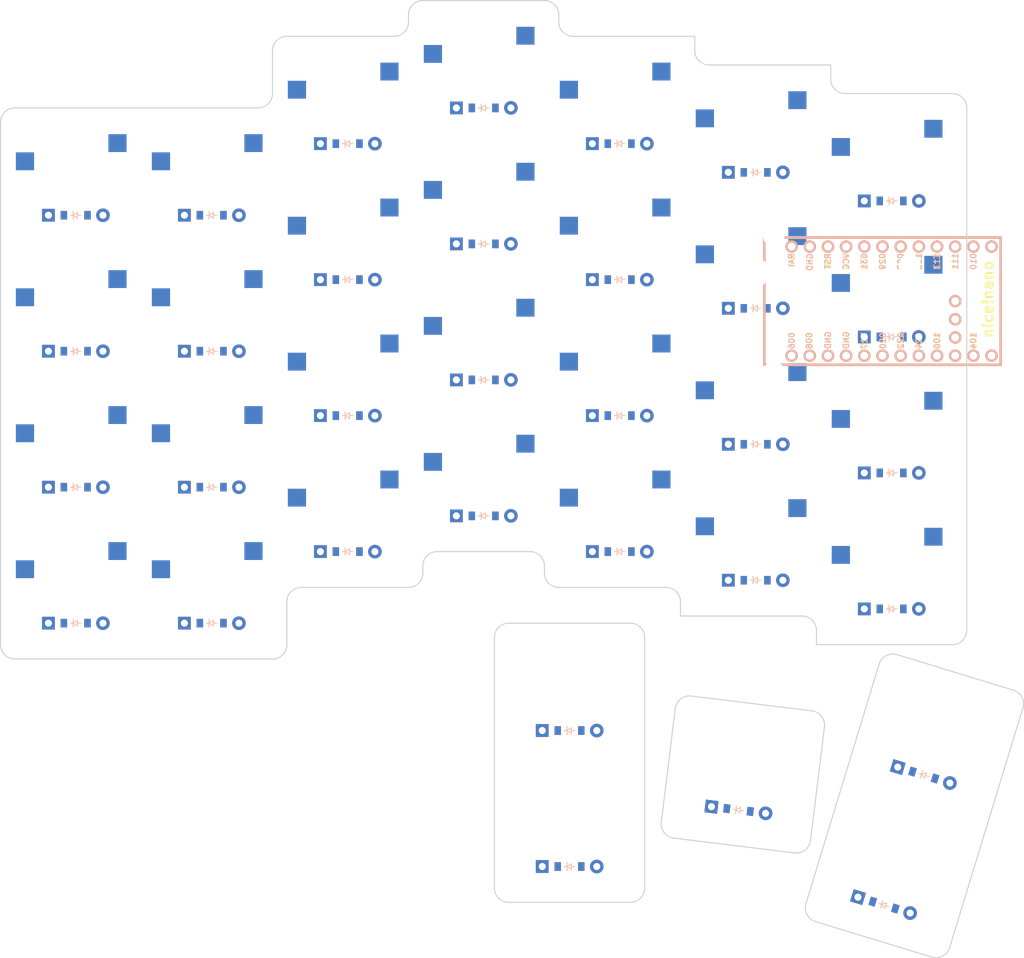
<source format=kicad_pcb>


(kicad_pcb (version 20171130) (host pcbnew 5.1.6)

  (page A3)
  (title_block
    (title "left")
    (rev "v1.0.0")
    (company "Unknown")
  )

  (general
    (thickness 1.6)
  )

  (layers
    (0 F.Cu signal)
    (31 B.Cu signal)
    (32 B.Adhes user)
    (33 F.Adhes user)
    (34 B.Paste user)
    (35 F.Paste user)
    (36 B.SilkS user)
    (37 F.SilkS user)
    (38 B.Mask user)
    (39 F.Mask user)
    (40 Dwgs.User user)
    (41 Cmts.User user)
    (42 Eco1.User user)
    (43 Eco2.User user)
    (44 Edge.Cuts user)
    (45 Margin user)
    (46 B.CrtYd user)
    (47 F.CrtYd user)
    (48 B.Fab user)
    (49 F.Fab user)
  )

  (setup
    (last_trace_width 0.25)
    (trace_clearance 0.2)
    (zone_clearance 0.508)
    (zone_45_only no)
    (trace_min 0.2)
    (via_size 0.8)
    (via_drill 0.4)
    (via_min_size 0.4)
    (via_min_drill 0.3)
    (uvia_size 0.3)
    (uvia_drill 0.1)
    (uvias_allowed no)
    (uvia_min_size 0.2)
    (uvia_min_drill 0.1)
    (edge_width 0.05)
    (segment_width 0.2)
    (pcb_text_width 0.3)
    (pcb_text_size 1.5 1.5)
    (mod_edge_width 0.12)
    (mod_text_size 1 1)
    (mod_text_width 0.15)
    (pad_size 1.524 1.524)
    (pad_drill 0.762)
    (pad_to_mask_clearance 0.05)
    (aux_axis_origin 0 0)
    (visible_elements FFFFFF7F)
    (pcbplotparams
      (layerselection 0x010fc_ffffffff)
      (usegerberextensions false)
      (usegerberattributes true)
      (usegerberadvancedattributes true)
      (creategerberjobfile true)
      (excludeedgelayer true)
      (linewidth 0.100000)
      (plotframeref false)
      (viasonmask false)
      (mode 1)
      (useauxorigin false)
      (hpglpennumber 1)
      (hpglpenspeed 20)
      (hpglpendiameter 15.000000)
      (psnegative false)
      (psa4output false)
      (plotreference true)
      (plotvalue true)
      (plotinvisibletext false)
      (padsonsilk false)
      (subtractmaskfromsilk false)
      (outputformat 1)
      (mirror false)
      (drillshape 1)
      (scaleselection 1)
      (outputdirectory ""))
  )

  (net 0 "")
(net 1 "P006")
(net 2 "outer_bottom")
(net 3 "outer_home")
(net 4 "outer_top")
(net 5 "outer_number")
(net 6 "P017")
(net 7 "pinky_bottom")
(net 8 "pinky_home")
(net 9 "pinky_top")
(net 10 "pinky_number")
(net 11 "P020")
(net 12 "ring_bottom")
(net 13 "ring_home")
(net 14 "ring_top")
(net 15 "ring_number")
(net 16 "P022")
(net 17 "middle_bottom")
(net 18 "middle_home")
(net 19 "middle_top")
(net 20 "middle_number")
(net 21 "P024")
(net 22 "index_bottom")
(net 23 "index_home")
(net 24 "index_top")
(net 25 "index_number")
(net 26 "P100")
(net 27 "inner_bottom")
(net 28 "inner_home")
(net 29 "inner_top")
(net 30 "inner_number")
(net 31 "P104")
(net 32 "makros_bottom")
(net 33 "makros_home")
(net 34 "makros_top")
(net 35 "makros_number")
(net 36 "near_thumb")
(net 37 "near_thumb2")
(net 38 "home_thumb2")
(net 39 "far_thumb")
(net 40 "far_thumb2")
(net 41 "RAW")
(net 42 "GND")
(net 43 "RST")
(net 44 "VCC")
(net 45 "P031")
(net 46 "P029")
(net 47 "P002")
(net 48 "P115")
(net 49 "P113")
(net 50 "P111")
(net 51 "P010")
(net 52 "P009")
(net 53 "P008")
(net 54 "P011")
(net 55 "P106")
(net 56 "P101")
(net 57 "P102")
(net 58 "P107")

  (net_class Default "This is the default net class."
    (clearance 0.2)
    (trace_width 0.25)
    (via_dia 0.8)
    (via_drill 0.4)
    (uvia_dia 0.3)
    (uvia_drill 0.1)
    (add_net "")
(add_net "P006")
(add_net "outer_bottom")
(add_net "outer_home")
(add_net "outer_top")
(add_net "outer_number")
(add_net "P017")
(add_net "pinky_bottom")
(add_net "pinky_home")
(add_net "pinky_top")
(add_net "pinky_number")
(add_net "P020")
(add_net "ring_bottom")
(add_net "ring_home")
(add_net "ring_top")
(add_net "ring_number")
(add_net "P022")
(add_net "middle_bottom")
(add_net "middle_home")
(add_net "middle_top")
(add_net "middle_number")
(add_net "P024")
(add_net "index_bottom")
(add_net "index_home")
(add_net "index_top")
(add_net "index_number")
(add_net "P100")
(add_net "inner_bottom")
(add_net "inner_home")
(add_net "inner_top")
(add_net "inner_number")
(add_net "P104")
(add_net "makros_bottom")
(add_net "makros_home")
(add_net "makros_top")
(add_net "makros_number")
(add_net "near_thumb")
(add_net "near_thumb2")
(add_net "home_thumb2")
(add_net "far_thumb")
(add_net "far_thumb2")
(add_net "RAW")
(add_net "GND")
(add_net "RST")
(add_net "VCC")
(add_net "P031")
(add_net "P029")
(add_net "P002")
(add_net "P115")
(add_net "P113")
(add_net "P111")
(add_net "P010")
(add_net "P009")
(add_net "P008")
(add_net "P011")
(add_net "P106")
(add_net "P101")
(add_net "P102")
(add_net "P107")
  )

  
        
      (module MX (layer F.Cu) (tedit 5DD4F656)
      (at 0 0 0)

      
      (fp_text reference "S1" (at 0 0) (layer F.SilkS) hide (effects (font (size 1.27 1.27) (thickness 0.15))))
      (fp_text value "" (at 0 0) (layer F.SilkS) hide (effects (font (size 1.27 1.27) (thickness 0.15))))

      
      (fp_line (start -7 -6) (end -7 -7) (layer Dwgs.User) (width 0.15))
      (fp_line (start -7 7) (end -6 7) (layer Dwgs.User) (width 0.15))
      (fp_line (start -6 -7) (end -7 -7) (layer Dwgs.User) (width 0.15))
      (fp_line (start -7 7) (end -7 6) (layer Dwgs.User) (width 0.15))
      (fp_line (start 7 6) (end 7 7) (layer Dwgs.User) (width 0.15))
      (fp_line (start 7 -7) (end 6 -7) (layer Dwgs.User) (width 0.15))
      (fp_line (start 6 7) (end 7 7) (layer Dwgs.User) (width 0.15))
      (fp_line (start 7 -7) (end 7 -6) (layer Dwgs.User) (width 0.15))
    
      
      (pad "" np_thru_hole circle (at 0 0) (size 3.9878 3.9878) (drill 3.9878) (layers *.Cu *.Mask))

      
      (pad "" np_thru_hole circle (at 5.08 0) (size 1.7018 1.7018) (drill 1.7018) (layers *.Cu *.Mask))
      (pad "" np_thru_hole circle (at -5.08 0) (size 1.7018 1.7018) (drill 1.7018) (layers *.Cu *.Mask))
      
        
      
      (fp_line (start -9.5 -9.5) (end 9.5 -9.5) (layer Dwgs.User) (width 0.15))
      (fp_line (start 9.5 -9.5) (end 9.5 9.5) (layer Dwgs.User) (width 0.15))
      (fp_line (start 9.5 9.5) (end -9.5 9.5) (layer Dwgs.User) (width 0.15))
      (fp_line (start -9.5 9.5) (end -9.5 -9.5) (layer Dwgs.User) (width 0.15))
      
        
        
        (pad "" np_thru_hole circle (at 2.54 -5.08) (size 3 3) (drill 3) (layers *.Cu *.Mask))
        (pad "" np_thru_hole circle (at -3.81 -2.54) (size 3 3) (drill 3) (layers *.Cu *.Mask))
        
        
        (pad 1 smd rect (at -7.085 -2.54 0) (size 2.55 2.5) (layers B.Cu B.Paste B.Mask) (net 1 "P006"))
        (pad 2 smd rect (at 5.842 -5.08 0) (size 2.55 2.5) (layers B.Cu B.Paste B.Mask) (net 2 "outer_bottom"))
        )
        

        
      (module MX (layer F.Cu) (tedit 5DD4F656)
      (at 0 -19 0)

      
      (fp_text reference "S2" (at 0 0) (layer F.SilkS) hide (effects (font (size 1.27 1.27) (thickness 0.15))))
      (fp_text value "" (at 0 0) (layer F.SilkS) hide (effects (font (size 1.27 1.27) (thickness 0.15))))

      
      (fp_line (start -7 -6) (end -7 -7) (layer Dwgs.User) (width 0.15))
      (fp_line (start -7 7) (end -6 7) (layer Dwgs.User) (width 0.15))
      (fp_line (start -6 -7) (end -7 -7) (layer Dwgs.User) (width 0.15))
      (fp_line (start -7 7) (end -7 6) (layer Dwgs.User) (width 0.15))
      (fp_line (start 7 6) (end 7 7) (layer Dwgs.User) (width 0.15))
      (fp_line (start 7 -7) (end 6 -7) (layer Dwgs.User) (width 0.15))
      (fp_line (start 6 7) (end 7 7) (layer Dwgs.User) (width 0.15))
      (fp_line (start 7 -7) (end 7 -6) (layer Dwgs.User) (width 0.15))
    
      
      (pad "" np_thru_hole circle (at 0 0) (size 3.9878 3.9878) (drill 3.9878) (layers *.Cu *.Mask))

      
      (pad "" np_thru_hole circle (at 5.08 0) (size 1.7018 1.7018) (drill 1.7018) (layers *.Cu *.Mask))
      (pad "" np_thru_hole circle (at -5.08 0) (size 1.7018 1.7018) (drill 1.7018) (layers *.Cu *.Mask))
      
        
      
      (fp_line (start -9.5 -9.5) (end 9.5 -9.5) (layer Dwgs.User) (width 0.15))
      (fp_line (start 9.5 -9.5) (end 9.5 9.5) (layer Dwgs.User) (width 0.15))
      (fp_line (start 9.5 9.5) (end -9.5 9.5) (layer Dwgs.User) (width 0.15))
      (fp_line (start -9.5 9.5) (end -9.5 -9.5) (layer Dwgs.User) (width 0.15))
      
        
        
        (pad "" np_thru_hole circle (at 2.54 -5.08) (size 3 3) (drill 3) (layers *.Cu *.Mask))
        (pad "" np_thru_hole circle (at -3.81 -2.54) (size 3 3) (drill 3) (layers *.Cu *.Mask))
        
        
        (pad 1 smd rect (at -7.085 -2.54 0) (size 2.55 2.5) (layers B.Cu B.Paste B.Mask) (net 1 "P006"))
        (pad 2 smd rect (at 5.842 -5.08 0) (size 2.55 2.5) (layers B.Cu B.Paste B.Mask) (net 3 "outer_home"))
        )
        

        
      (module MX (layer F.Cu) (tedit 5DD4F656)
      (at 0 -38 0)

      
      (fp_text reference "S3" (at 0 0) (layer F.SilkS) hide (effects (font (size 1.27 1.27) (thickness 0.15))))
      (fp_text value "" (at 0 0) (layer F.SilkS) hide (effects (font (size 1.27 1.27) (thickness 0.15))))

      
      (fp_line (start -7 -6) (end -7 -7) (layer Dwgs.User) (width 0.15))
      (fp_line (start -7 7) (end -6 7) (layer Dwgs.User) (width 0.15))
      (fp_line (start -6 -7) (end -7 -7) (layer Dwgs.User) (width 0.15))
      (fp_line (start -7 7) (end -7 6) (layer Dwgs.User) (width 0.15))
      (fp_line (start 7 6) (end 7 7) (layer Dwgs.User) (width 0.15))
      (fp_line (start 7 -7) (end 6 -7) (layer Dwgs.User) (width 0.15))
      (fp_line (start 6 7) (end 7 7) (layer Dwgs.User) (width 0.15))
      (fp_line (start 7 -7) (end 7 -6) (layer Dwgs.User) (width 0.15))
    
      
      (pad "" np_thru_hole circle (at 0 0) (size 3.9878 3.9878) (drill 3.9878) (layers *.Cu *.Mask))

      
      (pad "" np_thru_hole circle (at 5.08 0) (size 1.7018 1.7018) (drill 1.7018) (layers *.Cu *.Mask))
      (pad "" np_thru_hole circle (at -5.08 0) (size 1.7018 1.7018) (drill 1.7018) (layers *.Cu *.Mask))
      
        
      
      (fp_line (start -9.5 -9.5) (end 9.5 -9.5) (layer Dwgs.User) (width 0.15))
      (fp_line (start 9.5 -9.5) (end 9.5 9.5) (layer Dwgs.User) (width 0.15))
      (fp_line (start 9.5 9.5) (end -9.5 9.5) (layer Dwgs.User) (width 0.15))
      (fp_line (start -9.5 9.5) (end -9.5 -9.5) (layer Dwgs.User) (width 0.15))
      
        
        
        (pad "" np_thru_hole circle (at 2.54 -5.08) (size 3 3) (drill 3) (layers *.Cu *.Mask))
        (pad "" np_thru_hole circle (at -3.81 -2.54) (size 3 3) (drill 3) (layers *.Cu *.Mask))
        
        
        (pad 1 smd rect (at -7.085 -2.54 0) (size 2.55 2.5) (layers B.Cu B.Paste B.Mask) (net 1 "P006"))
        (pad 2 smd rect (at 5.842 -5.08 0) (size 2.55 2.5) (layers B.Cu B.Paste B.Mask) (net 4 "outer_top"))
        )
        

        
      (module MX (layer F.Cu) (tedit 5DD4F656)
      (at 0 -57 0)

      
      (fp_text reference "S4" (at 0 0) (layer F.SilkS) hide (effects (font (size 1.27 1.27) (thickness 0.15))))
      (fp_text value "" (at 0 0) (layer F.SilkS) hide (effects (font (size 1.27 1.27) (thickness 0.15))))

      
      (fp_line (start -7 -6) (end -7 -7) (layer Dwgs.User) (width 0.15))
      (fp_line (start -7 7) (end -6 7) (layer Dwgs.User) (width 0.15))
      (fp_line (start -6 -7) (end -7 -7) (layer Dwgs.User) (width 0.15))
      (fp_line (start -7 7) (end -7 6) (layer Dwgs.User) (width 0.15))
      (fp_line (start 7 6) (end 7 7) (layer Dwgs.User) (width 0.15))
      (fp_line (start 7 -7) (end 6 -7) (layer Dwgs.User) (width 0.15))
      (fp_line (start 6 7) (end 7 7) (layer Dwgs.User) (width 0.15))
      (fp_line (start 7 -7) (end 7 -6) (layer Dwgs.User) (width 0.15))
    
      
      (pad "" np_thru_hole circle (at 0 0) (size 3.9878 3.9878) (drill 3.9878) (layers *.Cu *.Mask))

      
      (pad "" np_thru_hole circle (at 5.08 0) (size 1.7018 1.7018) (drill 1.7018) (layers *.Cu *.Mask))
      (pad "" np_thru_hole circle (at -5.08 0) (size 1.7018 1.7018) (drill 1.7018) (layers *.Cu *.Mask))
      
        
      
      (fp_line (start -9.5 -9.5) (end 9.5 -9.5) (layer Dwgs.User) (width 0.15))
      (fp_line (start 9.5 -9.5) (end 9.5 9.5) (layer Dwgs.User) (width 0.15))
      (fp_line (start 9.5 9.5) (end -9.5 9.5) (layer Dwgs.User) (width 0.15))
      (fp_line (start -9.5 9.5) (end -9.5 -9.5) (layer Dwgs.User) (width 0.15))
      
        
        
        (pad "" np_thru_hole circle (at 2.54 -5.08) (size 3 3) (drill 3) (layers *.Cu *.Mask))
        (pad "" np_thru_hole circle (at -3.81 -2.54) (size 3 3) (drill 3) (layers *.Cu *.Mask))
        
        
        (pad 1 smd rect (at -7.085 -2.54 0) (size 2.55 2.5) (layers B.Cu B.Paste B.Mask) (net 1 "P006"))
        (pad 2 smd rect (at 5.842 -5.08 0) (size 2.55 2.5) (layers B.Cu B.Paste B.Mask) (net 5 "outer_number"))
        )
        

        
      (module MX (layer F.Cu) (tedit 5DD4F656)
      (at 19 0 0)

      
      (fp_text reference "S5" (at 0 0) (layer F.SilkS) hide (effects (font (size 1.27 1.27) (thickness 0.15))))
      (fp_text value "" (at 0 0) (layer F.SilkS) hide (effects (font (size 1.27 1.27) (thickness 0.15))))

      
      (fp_line (start -7 -6) (end -7 -7) (layer Dwgs.User) (width 0.15))
      (fp_line (start -7 7) (end -6 7) (layer Dwgs.User) (width 0.15))
      (fp_line (start -6 -7) (end -7 -7) (layer Dwgs.User) (width 0.15))
      (fp_line (start -7 7) (end -7 6) (layer Dwgs.User) (width 0.15))
      (fp_line (start 7 6) (end 7 7) (layer Dwgs.User) (width 0.15))
      (fp_line (start 7 -7) (end 6 -7) (layer Dwgs.User) (width 0.15))
      (fp_line (start 6 7) (end 7 7) (layer Dwgs.User) (width 0.15))
      (fp_line (start 7 -7) (end 7 -6) (layer Dwgs.User) (width 0.15))
    
      
      (pad "" np_thru_hole circle (at 0 0) (size 3.9878 3.9878) (drill 3.9878) (layers *.Cu *.Mask))

      
      (pad "" np_thru_hole circle (at 5.08 0) (size 1.7018 1.7018) (drill 1.7018) (layers *.Cu *.Mask))
      (pad "" np_thru_hole circle (at -5.08 0) (size 1.7018 1.7018) (drill 1.7018) (layers *.Cu *.Mask))
      
        
      
      (fp_line (start -9.5 -9.5) (end 9.5 -9.5) (layer Dwgs.User) (width 0.15))
      (fp_line (start 9.5 -9.5) (end 9.5 9.5) (layer Dwgs.User) (width 0.15))
      (fp_line (start 9.5 9.5) (end -9.5 9.5) (layer Dwgs.User) (width 0.15))
      (fp_line (start -9.5 9.5) (end -9.5 -9.5) (layer Dwgs.User) (width 0.15))
      
        
        
        (pad "" np_thru_hole circle (at 2.54 -5.08) (size 3 3) (drill 3) (layers *.Cu *.Mask))
        (pad "" np_thru_hole circle (at -3.81 -2.54) (size 3 3) (drill 3) (layers *.Cu *.Mask))
        
        
        (pad 1 smd rect (at -7.085 -2.54 0) (size 2.55 2.5) (layers B.Cu B.Paste B.Mask) (net 6 "P017"))
        (pad 2 smd rect (at 5.842 -5.08 0) (size 2.55 2.5) (layers B.Cu B.Paste B.Mask) (net 7 "pinky_bottom"))
        )
        

        
      (module MX (layer F.Cu) (tedit 5DD4F656)
      (at 19 -19 0)

      
      (fp_text reference "S6" (at 0 0) (layer F.SilkS) hide (effects (font (size 1.27 1.27) (thickness 0.15))))
      (fp_text value "" (at 0 0) (layer F.SilkS) hide (effects (font (size 1.27 1.27) (thickness 0.15))))

      
      (fp_line (start -7 -6) (end -7 -7) (layer Dwgs.User) (width 0.15))
      (fp_line (start -7 7) (end -6 7) (layer Dwgs.User) (width 0.15))
      (fp_line (start -6 -7) (end -7 -7) (layer Dwgs.User) (width 0.15))
      (fp_line (start -7 7) (end -7 6) (layer Dwgs.User) (width 0.15))
      (fp_line (start 7 6) (end 7 7) (layer Dwgs.User) (width 0.15))
      (fp_line (start 7 -7) (end 6 -7) (layer Dwgs.User) (width 0.15))
      (fp_line (start 6 7) (end 7 7) (layer Dwgs.User) (width 0.15))
      (fp_line (start 7 -7) (end 7 -6) (layer Dwgs.User) (width 0.15))
    
      
      (pad "" np_thru_hole circle (at 0 0) (size 3.9878 3.9878) (drill 3.9878) (layers *.Cu *.Mask))

      
      (pad "" np_thru_hole circle (at 5.08 0) (size 1.7018 1.7018) (drill 1.7018) (layers *.Cu *.Mask))
      (pad "" np_thru_hole circle (at -5.08 0) (size 1.7018 1.7018) (drill 1.7018) (layers *.Cu *.Mask))
      
        
      
      (fp_line (start -9.5 -9.5) (end 9.5 -9.5) (layer Dwgs.User) (width 0.15))
      (fp_line (start 9.5 -9.5) (end 9.5 9.5) (layer Dwgs.User) (width 0.15))
      (fp_line (start 9.5 9.5) (end -9.5 9.5) (layer Dwgs.User) (width 0.15))
      (fp_line (start -9.5 9.5) (end -9.5 -9.5) (layer Dwgs.User) (width 0.15))
      
        
        
        (pad "" np_thru_hole circle (at 2.54 -5.08) (size 3 3) (drill 3) (layers *.Cu *.Mask))
        (pad "" np_thru_hole circle (at -3.81 -2.54) (size 3 3) (drill 3) (layers *.Cu *.Mask))
        
        
        (pad 1 smd rect (at -7.085 -2.54 0) (size 2.55 2.5) (layers B.Cu B.Paste B.Mask) (net 6 "P017"))
        (pad 2 smd rect (at 5.842 -5.08 0) (size 2.55 2.5) (layers B.Cu B.Paste B.Mask) (net 8 "pinky_home"))
        )
        

        
      (module MX (layer F.Cu) (tedit 5DD4F656)
      (at 19 -38 0)

      
      (fp_text reference "S7" (at 0 0) (layer F.SilkS) hide (effects (font (size 1.27 1.27) (thickness 0.15))))
      (fp_text value "" (at 0 0) (layer F.SilkS) hide (effects (font (size 1.27 1.27) (thickness 0.15))))

      
      (fp_line (start -7 -6) (end -7 -7) (layer Dwgs.User) (width 0.15))
      (fp_line (start -7 7) (end -6 7) (layer Dwgs.User) (width 0.15))
      (fp_line (start -6 -7) (end -7 -7) (layer Dwgs.User) (width 0.15))
      (fp_line (start -7 7) (end -7 6) (layer Dwgs.User) (width 0.15))
      (fp_line (start 7 6) (end 7 7) (layer Dwgs.User) (width 0.15))
      (fp_line (start 7 -7) (end 6 -7) (layer Dwgs.User) (width 0.15))
      (fp_line (start 6 7) (end 7 7) (layer Dwgs.User) (width 0.15))
      (fp_line (start 7 -7) (end 7 -6) (layer Dwgs.User) (width 0.15))
    
      
      (pad "" np_thru_hole circle (at 0 0) (size 3.9878 3.9878) (drill 3.9878) (layers *.Cu *.Mask))

      
      (pad "" np_thru_hole circle (at 5.08 0) (size 1.7018 1.7018) (drill 1.7018) (layers *.Cu *.Mask))
      (pad "" np_thru_hole circle (at -5.08 0) (size 1.7018 1.7018) (drill 1.7018) (layers *.Cu *.Mask))
      
        
      
      (fp_line (start -9.5 -9.5) (end 9.5 -9.5) (layer Dwgs.User) (width 0.15))
      (fp_line (start 9.5 -9.5) (end 9.5 9.5) (layer Dwgs.User) (width 0.15))
      (fp_line (start 9.5 9.5) (end -9.5 9.5) (layer Dwgs.User) (width 0.15))
      (fp_line (start -9.5 9.5) (end -9.5 -9.5) (layer Dwgs.User) (width 0.15))
      
        
        
        (pad "" np_thru_hole circle (at 2.54 -5.08) (size 3 3) (drill 3) (layers *.Cu *.Mask))
        (pad "" np_thru_hole circle (at -3.81 -2.54) (size 3 3) (drill 3) (layers *.Cu *.Mask))
        
        
        (pad 1 smd rect (at -7.085 -2.54 0) (size 2.55 2.5) (layers B.Cu B.Paste B.Mask) (net 6 "P017"))
        (pad 2 smd rect (at 5.842 -5.08 0) (size 2.55 2.5) (layers B.Cu B.Paste B.Mask) (net 9 "pinky_top"))
        )
        

        
      (module MX (layer F.Cu) (tedit 5DD4F656)
      (at 19 -57 0)

      
      (fp_text reference "S8" (at 0 0) (layer F.SilkS) hide (effects (font (size 1.27 1.27) (thickness 0.15))))
      (fp_text value "" (at 0 0) (layer F.SilkS) hide (effects (font (size 1.27 1.27) (thickness 0.15))))

      
      (fp_line (start -7 -6) (end -7 -7) (layer Dwgs.User) (width 0.15))
      (fp_line (start -7 7) (end -6 7) (layer Dwgs.User) (width 0.15))
      (fp_line (start -6 -7) (end -7 -7) (layer Dwgs.User) (width 0.15))
      (fp_line (start -7 7) (end -7 6) (layer Dwgs.User) (width 0.15))
      (fp_line (start 7 6) (end 7 7) (layer Dwgs.User) (width 0.15))
      (fp_line (start 7 -7) (end 6 -7) (layer Dwgs.User) (width 0.15))
      (fp_line (start 6 7) (end 7 7) (layer Dwgs.User) (width 0.15))
      (fp_line (start 7 -7) (end 7 -6) (layer Dwgs.User) (width 0.15))
    
      
      (pad "" np_thru_hole circle (at 0 0) (size 3.9878 3.9878) (drill 3.9878) (layers *.Cu *.Mask))

      
      (pad "" np_thru_hole circle (at 5.08 0) (size 1.7018 1.7018) (drill 1.7018) (layers *.Cu *.Mask))
      (pad "" np_thru_hole circle (at -5.08 0) (size 1.7018 1.7018) (drill 1.7018) (layers *.Cu *.Mask))
      
        
      
      (fp_line (start -9.5 -9.5) (end 9.5 -9.5) (layer Dwgs.User) (width 0.15))
      (fp_line (start 9.5 -9.5) (end 9.5 9.5) (layer Dwgs.User) (width 0.15))
      (fp_line (start 9.5 9.5) (end -9.5 9.5) (layer Dwgs.User) (width 0.15))
      (fp_line (start -9.5 9.5) (end -9.5 -9.5) (layer Dwgs.User) (width 0.15))
      
        
        
        (pad "" np_thru_hole circle (at 2.54 -5.08) (size 3 3) (drill 3) (layers *.Cu *.Mask))
        (pad "" np_thru_hole circle (at -3.81 -2.54) (size 3 3) (drill 3) (layers *.Cu *.Mask))
        
        
        (pad 1 smd rect (at -7.085 -2.54 0) (size 2.55 2.5) (layers B.Cu B.Paste B.Mask) (net 6 "P017"))
        (pad 2 smd rect (at 5.842 -5.08 0) (size 2.55 2.5) (layers B.Cu B.Paste B.Mask) (net 10 "pinky_number"))
        )
        

        
      (module MX (layer F.Cu) (tedit 5DD4F656)
      (at 38 -10 0)

      
      (fp_text reference "S9" (at 0 0) (layer F.SilkS) hide (effects (font (size 1.27 1.27) (thickness 0.15))))
      (fp_text value "" (at 0 0) (layer F.SilkS) hide (effects (font (size 1.27 1.27) (thickness 0.15))))

      
      (fp_line (start -7 -6) (end -7 -7) (layer Dwgs.User) (width 0.15))
      (fp_line (start -7 7) (end -6 7) (layer Dwgs.User) (width 0.15))
      (fp_line (start -6 -7) (end -7 -7) (layer Dwgs.User) (width 0.15))
      (fp_line (start -7 7) (end -7 6) (layer Dwgs.User) (width 0.15))
      (fp_line (start 7 6) (end 7 7) (layer Dwgs.User) (width 0.15))
      (fp_line (start 7 -7) (end 6 -7) (layer Dwgs.User) (width 0.15))
      (fp_line (start 6 7) (end 7 7) (layer Dwgs.User) (width 0.15))
      (fp_line (start 7 -7) (end 7 -6) (layer Dwgs.User) (width 0.15))
    
      
      (pad "" np_thru_hole circle (at 0 0) (size 3.9878 3.9878) (drill 3.9878) (layers *.Cu *.Mask))

      
      (pad "" np_thru_hole circle (at 5.08 0) (size 1.7018 1.7018) (drill 1.7018) (layers *.Cu *.Mask))
      (pad "" np_thru_hole circle (at -5.08 0) (size 1.7018 1.7018) (drill 1.7018) (layers *.Cu *.Mask))
      
        
      
      (fp_line (start -9.5 -9.5) (end 9.5 -9.5) (layer Dwgs.User) (width 0.15))
      (fp_line (start 9.5 -9.5) (end 9.5 9.5) (layer Dwgs.User) (width 0.15))
      (fp_line (start 9.5 9.5) (end -9.5 9.5) (layer Dwgs.User) (width 0.15))
      (fp_line (start -9.5 9.5) (end -9.5 -9.5) (layer Dwgs.User) (width 0.15))
      
        
        
        (pad "" np_thru_hole circle (at 2.54 -5.08) (size 3 3) (drill 3) (layers *.Cu *.Mask))
        (pad "" np_thru_hole circle (at -3.81 -2.54) (size 3 3) (drill 3) (layers *.Cu *.Mask))
        
        
        (pad 1 smd rect (at -7.085 -2.54 0) (size 2.55 2.5) (layers B.Cu B.Paste B.Mask) (net 11 "P020"))
        (pad 2 smd rect (at 5.842 -5.08 0) (size 2.55 2.5) (layers B.Cu B.Paste B.Mask) (net 12 "ring_bottom"))
        )
        

        
      (module MX (layer F.Cu) (tedit 5DD4F656)
      (at 38 -29 0)

      
      (fp_text reference "S10" (at 0 0) (layer F.SilkS) hide (effects (font (size 1.27 1.27) (thickness 0.15))))
      (fp_text value "" (at 0 0) (layer F.SilkS) hide (effects (font (size 1.27 1.27) (thickness 0.15))))

      
      (fp_line (start -7 -6) (end -7 -7) (layer Dwgs.User) (width 0.15))
      (fp_line (start -7 7) (end -6 7) (layer Dwgs.User) (width 0.15))
      (fp_line (start -6 -7) (end -7 -7) (layer Dwgs.User) (width 0.15))
      (fp_line (start -7 7) (end -7 6) (layer Dwgs.User) (width 0.15))
      (fp_line (start 7 6) (end 7 7) (layer Dwgs.User) (width 0.15))
      (fp_line (start 7 -7) (end 6 -7) (layer Dwgs.User) (width 0.15))
      (fp_line (start 6 7) (end 7 7) (layer Dwgs.User) (width 0.15))
      (fp_line (start 7 -7) (end 7 -6) (layer Dwgs.User) (width 0.15))
    
      
      (pad "" np_thru_hole circle (at 0 0) (size 3.9878 3.9878) (drill 3.9878) (layers *.Cu *.Mask))

      
      (pad "" np_thru_hole circle (at 5.08 0) (size 1.7018 1.7018) (drill 1.7018) (layers *.Cu *.Mask))
      (pad "" np_thru_hole circle (at -5.08 0) (size 1.7018 1.7018) (drill 1.7018) (layers *.Cu *.Mask))
      
        
      
      (fp_line (start -9.5 -9.5) (end 9.5 -9.5) (layer Dwgs.User) (width 0.15))
      (fp_line (start 9.5 -9.5) (end 9.5 9.5) (layer Dwgs.User) (width 0.15))
      (fp_line (start 9.5 9.5) (end -9.5 9.5) (layer Dwgs.User) (width 0.15))
      (fp_line (start -9.5 9.5) (end -9.5 -9.5) (layer Dwgs.User) (width 0.15))
      
        
        
        (pad "" np_thru_hole circle (at 2.54 -5.08) (size 3 3) (drill 3) (layers *.Cu *.Mask))
        (pad "" np_thru_hole circle (at -3.81 -2.54) (size 3 3) (drill 3) (layers *.Cu *.Mask))
        
        
        (pad 1 smd rect (at -7.085 -2.54 0) (size 2.55 2.5) (layers B.Cu B.Paste B.Mask) (net 11 "P020"))
        (pad 2 smd rect (at 5.842 -5.08 0) (size 2.55 2.5) (layers B.Cu B.Paste B.Mask) (net 13 "ring_home"))
        )
        

        
      (module MX (layer F.Cu) (tedit 5DD4F656)
      (at 38 -48 0)

      
      (fp_text reference "S11" (at 0 0) (layer F.SilkS) hide (effects (font (size 1.27 1.27) (thickness 0.15))))
      (fp_text value "" (at 0 0) (layer F.SilkS) hide (effects (font (size 1.27 1.27) (thickness 0.15))))

      
      (fp_line (start -7 -6) (end -7 -7) (layer Dwgs.User) (width 0.15))
      (fp_line (start -7 7) (end -6 7) (layer Dwgs.User) (width 0.15))
      (fp_line (start -6 -7) (end -7 -7) (layer Dwgs.User) (width 0.15))
      (fp_line (start -7 7) (end -7 6) (layer Dwgs.User) (width 0.15))
      (fp_line (start 7 6) (end 7 7) (layer Dwgs.User) (width 0.15))
      (fp_line (start 7 -7) (end 6 -7) (layer Dwgs.User) (width 0.15))
      (fp_line (start 6 7) (end 7 7) (layer Dwgs.User) (width 0.15))
      (fp_line (start 7 -7) (end 7 -6) (layer Dwgs.User) (width 0.15))
    
      
      (pad "" np_thru_hole circle (at 0 0) (size 3.9878 3.9878) (drill 3.9878) (layers *.Cu *.Mask))

      
      (pad "" np_thru_hole circle (at 5.08 0) (size 1.7018 1.7018) (drill 1.7018) (layers *.Cu *.Mask))
      (pad "" np_thru_hole circle (at -5.08 0) (size 1.7018 1.7018) (drill 1.7018) (layers *.Cu *.Mask))
      
        
      
      (fp_line (start -9.5 -9.5) (end 9.5 -9.5) (layer Dwgs.User) (width 0.15))
      (fp_line (start 9.5 -9.5) (end 9.5 9.5) (layer Dwgs.User) (width 0.15))
      (fp_line (start 9.5 9.5) (end -9.5 9.5) (layer Dwgs.User) (width 0.15))
      (fp_line (start -9.5 9.5) (end -9.5 -9.5) (layer Dwgs.User) (width 0.15))
      
        
        
        (pad "" np_thru_hole circle (at 2.54 -5.08) (size 3 3) (drill 3) (layers *.Cu *.Mask))
        (pad "" np_thru_hole circle (at -3.81 -2.54) (size 3 3) (drill 3) (layers *.Cu *.Mask))
        
        
        (pad 1 smd rect (at -7.085 -2.54 0) (size 2.55 2.5) (layers B.Cu B.Paste B.Mask) (net 11 "P020"))
        (pad 2 smd rect (at 5.842 -5.08 0) (size 2.55 2.5) (layers B.Cu B.Paste B.Mask) (net 14 "ring_top"))
        )
        

        
      (module MX (layer F.Cu) (tedit 5DD4F656)
      (at 38 -67 0)

      
      (fp_text reference "S12" (at 0 0) (layer F.SilkS) hide (effects (font (size 1.27 1.27) (thickness 0.15))))
      (fp_text value "" (at 0 0) (layer F.SilkS) hide (effects (font (size 1.27 1.27) (thickness 0.15))))

      
      (fp_line (start -7 -6) (end -7 -7) (layer Dwgs.User) (width 0.15))
      (fp_line (start -7 7) (end -6 7) (layer Dwgs.User) (width 0.15))
      (fp_line (start -6 -7) (end -7 -7) (layer Dwgs.User) (width 0.15))
      (fp_line (start -7 7) (end -7 6) (layer Dwgs.User) (width 0.15))
      (fp_line (start 7 6) (end 7 7) (layer Dwgs.User) (width 0.15))
      (fp_line (start 7 -7) (end 6 -7) (layer Dwgs.User) (width 0.15))
      (fp_line (start 6 7) (end 7 7) (layer Dwgs.User) (width 0.15))
      (fp_line (start 7 -7) (end 7 -6) (layer Dwgs.User) (width 0.15))
    
      
      (pad "" np_thru_hole circle (at 0 0) (size 3.9878 3.9878) (drill 3.9878) (layers *.Cu *.Mask))

      
      (pad "" np_thru_hole circle (at 5.08 0) (size 1.7018 1.7018) (drill 1.7018) (layers *.Cu *.Mask))
      (pad "" np_thru_hole circle (at -5.08 0) (size 1.7018 1.7018) (drill 1.7018) (layers *.Cu *.Mask))
      
        
      
      (fp_line (start -9.5 -9.5) (end 9.5 -9.5) (layer Dwgs.User) (width 0.15))
      (fp_line (start 9.5 -9.5) (end 9.5 9.5) (layer Dwgs.User) (width 0.15))
      (fp_line (start 9.5 9.5) (end -9.5 9.5) (layer Dwgs.User) (width 0.15))
      (fp_line (start -9.5 9.5) (end -9.5 -9.5) (layer Dwgs.User) (width 0.15))
      
        
        
        (pad "" np_thru_hole circle (at 2.54 -5.08) (size 3 3) (drill 3) (layers *.Cu *.Mask))
        (pad "" np_thru_hole circle (at -3.81 -2.54) (size 3 3) (drill 3) (layers *.Cu *.Mask))
        
        
        (pad 1 smd rect (at -7.085 -2.54 0) (size 2.55 2.5) (layers B.Cu B.Paste B.Mask) (net 11 "P020"))
        (pad 2 smd rect (at 5.842 -5.08 0) (size 2.55 2.5) (layers B.Cu B.Paste B.Mask) (net 15 "ring_number"))
        )
        

        
      (module MX (layer F.Cu) (tedit 5DD4F656)
      (at 57 -15 0)

      
      (fp_text reference "S13" (at 0 0) (layer F.SilkS) hide (effects (font (size 1.27 1.27) (thickness 0.15))))
      (fp_text value "" (at 0 0) (layer F.SilkS) hide (effects (font (size 1.27 1.27) (thickness 0.15))))

      
      (fp_line (start -7 -6) (end -7 -7) (layer Dwgs.User) (width 0.15))
      (fp_line (start -7 7) (end -6 7) (layer Dwgs.User) (width 0.15))
      (fp_line (start -6 -7) (end -7 -7) (layer Dwgs.User) (width 0.15))
      (fp_line (start -7 7) (end -7 6) (layer Dwgs.User) (width 0.15))
      (fp_line (start 7 6) (end 7 7) (layer Dwgs.User) (width 0.15))
      (fp_line (start 7 -7) (end 6 -7) (layer Dwgs.User) (width 0.15))
      (fp_line (start 6 7) (end 7 7) (layer Dwgs.User) (width 0.15))
      (fp_line (start 7 -7) (end 7 -6) (layer Dwgs.User) (width 0.15))
    
      
      (pad "" np_thru_hole circle (at 0 0) (size 3.9878 3.9878) (drill 3.9878) (layers *.Cu *.Mask))

      
      (pad "" np_thru_hole circle (at 5.08 0) (size 1.7018 1.7018) (drill 1.7018) (layers *.Cu *.Mask))
      (pad "" np_thru_hole circle (at -5.08 0) (size 1.7018 1.7018) (drill 1.7018) (layers *.Cu *.Mask))
      
        
      
      (fp_line (start -9.5 -9.5) (end 9.5 -9.5) (layer Dwgs.User) (width 0.15))
      (fp_line (start 9.5 -9.5) (end 9.5 9.5) (layer Dwgs.User) (width 0.15))
      (fp_line (start 9.5 9.5) (end -9.5 9.5) (layer Dwgs.User) (width 0.15))
      (fp_line (start -9.5 9.5) (end -9.5 -9.5) (layer Dwgs.User) (width 0.15))
      
        
        
        (pad "" np_thru_hole circle (at 2.54 -5.08) (size 3 3) (drill 3) (layers *.Cu *.Mask))
        (pad "" np_thru_hole circle (at -3.81 -2.54) (size 3 3) (drill 3) (layers *.Cu *.Mask))
        
        
        (pad 1 smd rect (at -7.085 -2.54 0) (size 2.55 2.5) (layers B.Cu B.Paste B.Mask) (net 16 "P022"))
        (pad 2 smd rect (at 5.842 -5.08 0) (size 2.55 2.5) (layers B.Cu B.Paste B.Mask) (net 17 "middle_bottom"))
        )
        

        
      (module MX (layer F.Cu) (tedit 5DD4F656)
      (at 57 -34 0)

      
      (fp_text reference "S14" (at 0 0) (layer F.SilkS) hide (effects (font (size 1.27 1.27) (thickness 0.15))))
      (fp_text value "" (at 0 0) (layer F.SilkS) hide (effects (font (size 1.27 1.27) (thickness 0.15))))

      
      (fp_line (start -7 -6) (end -7 -7) (layer Dwgs.User) (width 0.15))
      (fp_line (start -7 7) (end -6 7) (layer Dwgs.User) (width 0.15))
      (fp_line (start -6 -7) (end -7 -7) (layer Dwgs.User) (width 0.15))
      (fp_line (start -7 7) (end -7 6) (layer Dwgs.User) (width 0.15))
      (fp_line (start 7 6) (end 7 7) (layer Dwgs.User) (width 0.15))
      (fp_line (start 7 -7) (end 6 -7) (layer Dwgs.User) (width 0.15))
      (fp_line (start 6 7) (end 7 7) (layer Dwgs.User) (width 0.15))
      (fp_line (start 7 -7) (end 7 -6) (layer Dwgs.User) (width 0.15))
    
      
      (pad "" np_thru_hole circle (at 0 0) (size 3.9878 3.9878) (drill 3.9878) (layers *.Cu *.Mask))

      
      (pad "" np_thru_hole circle (at 5.08 0) (size 1.7018 1.7018) (drill 1.7018) (layers *.Cu *.Mask))
      (pad "" np_thru_hole circle (at -5.08 0) (size 1.7018 1.7018) (drill 1.7018) (layers *.Cu *.Mask))
      
        
      
      (fp_line (start -9.5 -9.5) (end 9.5 -9.5) (layer Dwgs.User) (width 0.15))
      (fp_line (start 9.5 -9.5) (end 9.5 9.5) (layer Dwgs.User) (width 0.15))
      (fp_line (start 9.5 9.5) (end -9.5 9.5) (layer Dwgs.User) (width 0.15))
      (fp_line (start -9.5 9.5) (end -9.5 -9.5) (layer Dwgs.User) (width 0.15))
      
        
        
        (pad "" np_thru_hole circle (at 2.54 -5.08) (size 3 3) (drill 3) (layers *.Cu *.Mask))
        (pad "" np_thru_hole circle (at -3.81 -2.54) (size 3 3) (drill 3) (layers *.Cu *.Mask))
        
        
        (pad 1 smd rect (at -7.085 -2.54 0) (size 2.55 2.5) (layers B.Cu B.Paste B.Mask) (net 16 "P022"))
        (pad 2 smd rect (at 5.842 -5.08 0) (size 2.55 2.5) (layers B.Cu B.Paste B.Mask) (net 18 "middle_home"))
        )
        

        
      (module MX (layer F.Cu) (tedit 5DD4F656)
      (at 57 -53 0)

      
      (fp_text reference "S15" (at 0 0) (layer F.SilkS) hide (effects (font (size 1.27 1.27) (thickness 0.15))))
      (fp_text value "" (at 0 0) (layer F.SilkS) hide (effects (font (size 1.27 1.27) (thickness 0.15))))

      
      (fp_line (start -7 -6) (end -7 -7) (layer Dwgs.User) (width 0.15))
      (fp_line (start -7 7) (end -6 7) (layer Dwgs.User) (width 0.15))
      (fp_line (start -6 -7) (end -7 -7) (layer Dwgs.User) (width 0.15))
      (fp_line (start -7 7) (end -7 6) (layer Dwgs.User) (width 0.15))
      (fp_line (start 7 6) (end 7 7) (layer Dwgs.User) (width 0.15))
      (fp_line (start 7 -7) (end 6 -7) (layer Dwgs.User) (width 0.15))
      (fp_line (start 6 7) (end 7 7) (layer Dwgs.User) (width 0.15))
      (fp_line (start 7 -7) (end 7 -6) (layer Dwgs.User) (width 0.15))
    
      
      (pad "" np_thru_hole circle (at 0 0) (size 3.9878 3.9878) (drill 3.9878) (layers *.Cu *.Mask))

      
      (pad "" np_thru_hole circle (at 5.08 0) (size 1.7018 1.7018) (drill 1.7018) (layers *.Cu *.Mask))
      (pad "" np_thru_hole circle (at -5.08 0) (size 1.7018 1.7018) (drill 1.7018) (layers *.Cu *.Mask))
      
        
      
      (fp_line (start -9.5 -9.5) (end 9.5 -9.5) (layer Dwgs.User) (width 0.15))
      (fp_line (start 9.5 -9.5) (end 9.5 9.5) (layer Dwgs.User) (width 0.15))
      (fp_line (start 9.5 9.5) (end -9.5 9.5) (layer Dwgs.User) (width 0.15))
      (fp_line (start -9.5 9.5) (end -9.5 -9.5) (layer Dwgs.User) (width 0.15))
      
        
        
        (pad "" np_thru_hole circle (at 2.54 -5.08) (size 3 3) (drill 3) (layers *.Cu *.Mask))
        (pad "" np_thru_hole circle (at -3.81 -2.54) (size 3 3) (drill 3) (layers *.Cu *.Mask))
        
        
        (pad 1 smd rect (at -7.085 -2.54 0) (size 2.55 2.5) (layers B.Cu B.Paste B.Mask) (net 16 "P022"))
        (pad 2 smd rect (at 5.842 -5.08 0) (size 2.55 2.5) (layers B.Cu B.Paste B.Mask) (net 19 "middle_top"))
        )
        

        
      (module MX (layer F.Cu) (tedit 5DD4F656)
      (at 57 -72 0)

      
      (fp_text reference "S16" (at 0 0) (layer F.SilkS) hide (effects (font (size 1.27 1.27) (thickness 0.15))))
      (fp_text value "" (at 0 0) (layer F.SilkS) hide (effects (font (size 1.27 1.27) (thickness 0.15))))

      
      (fp_line (start -7 -6) (end -7 -7) (layer Dwgs.User) (width 0.15))
      (fp_line (start -7 7) (end -6 7) (layer Dwgs.User) (width 0.15))
      (fp_line (start -6 -7) (end -7 -7) (layer Dwgs.User) (width 0.15))
      (fp_line (start -7 7) (end -7 6) (layer Dwgs.User) (width 0.15))
      (fp_line (start 7 6) (end 7 7) (layer Dwgs.User) (width 0.15))
      (fp_line (start 7 -7) (end 6 -7) (layer Dwgs.User) (width 0.15))
      (fp_line (start 6 7) (end 7 7) (layer Dwgs.User) (width 0.15))
      (fp_line (start 7 -7) (end 7 -6) (layer Dwgs.User) (width 0.15))
    
      
      (pad "" np_thru_hole circle (at 0 0) (size 3.9878 3.9878) (drill 3.9878) (layers *.Cu *.Mask))

      
      (pad "" np_thru_hole circle (at 5.08 0) (size 1.7018 1.7018) (drill 1.7018) (layers *.Cu *.Mask))
      (pad "" np_thru_hole circle (at -5.08 0) (size 1.7018 1.7018) (drill 1.7018) (layers *.Cu *.Mask))
      
        
      
      (fp_line (start -9.5 -9.5) (end 9.5 -9.5) (layer Dwgs.User) (width 0.15))
      (fp_line (start 9.5 -9.5) (end 9.5 9.5) (layer Dwgs.User) (width 0.15))
      (fp_line (start 9.5 9.5) (end -9.5 9.5) (layer Dwgs.User) (width 0.15))
      (fp_line (start -9.5 9.5) (end -9.5 -9.5) (layer Dwgs.User) (width 0.15))
      
        
        
        (pad "" np_thru_hole circle (at 2.54 -5.08) (size 3 3) (drill 3) (layers *.Cu *.Mask))
        (pad "" np_thru_hole circle (at -3.81 -2.54) (size 3 3) (drill 3) (layers *.Cu *.Mask))
        
        
        (pad 1 smd rect (at -7.085 -2.54 0) (size 2.55 2.5) (layers B.Cu B.Paste B.Mask) (net 16 "P022"))
        (pad 2 smd rect (at 5.842 -5.08 0) (size 2.55 2.5) (layers B.Cu B.Paste B.Mask) (net 20 "middle_number"))
        )
        

        
      (module MX (layer F.Cu) (tedit 5DD4F656)
      (at 76 -10 0)

      
      (fp_text reference "S17" (at 0 0) (layer F.SilkS) hide (effects (font (size 1.27 1.27) (thickness 0.15))))
      (fp_text value "" (at 0 0) (layer F.SilkS) hide (effects (font (size 1.27 1.27) (thickness 0.15))))

      
      (fp_line (start -7 -6) (end -7 -7) (layer Dwgs.User) (width 0.15))
      (fp_line (start -7 7) (end -6 7) (layer Dwgs.User) (width 0.15))
      (fp_line (start -6 -7) (end -7 -7) (layer Dwgs.User) (width 0.15))
      (fp_line (start -7 7) (end -7 6) (layer Dwgs.User) (width 0.15))
      (fp_line (start 7 6) (end 7 7) (layer Dwgs.User) (width 0.15))
      (fp_line (start 7 -7) (end 6 -7) (layer Dwgs.User) (width 0.15))
      (fp_line (start 6 7) (end 7 7) (layer Dwgs.User) (width 0.15))
      (fp_line (start 7 -7) (end 7 -6) (layer Dwgs.User) (width 0.15))
    
      
      (pad "" np_thru_hole circle (at 0 0) (size 3.9878 3.9878) (drill 3.9878) (layers *.Cu *.Mask))

      
      (pad "" np_thru_hole circle (at 5.08 0) (size 1.7018 1.7018) (drill 1.7018) (layers *.Cu *.Mask))
      (pad "" np_thru_hole circle (at -5.08 0) (size 1.7018 1.7018) (drill 1.7018) (layers *.Cu *.Mask))
      
        
      
      (fp_line (start -9.5 -9.5) (end 9.5 -9.5) (layer Dwgs.User) (width 0.15))
      (fp_line (start 9.5 -9.5) (end 9.5 9.5) (layer Dwgs.User) (width 0.15))
      (fp_line (start 9.5 9.5) (end -9.5 9.5) (layer Dwgs.User) (width 0.15))
      (fp_line (start -9.5 9.5) (end -9.5 -9.5) (layer Dwgs.User) (width 0.15))
      
        
        
        (pad "" np_thru_hole circle (at 2.54 -5.08) (size 3 3) (drill 3) (layers *.Cu *.Mask))
        (pad "" np_thru_hole circle (at -3.81 -2.54) (size 3 3) (drill 3) (layers *.Cu *.Mask))
        
        
        (pad 1 smd rect (at -7.085 -2.54 0) (size 2.55 2.5) (layers B.Cu B.Paste B.Mask) (net 21 "P024"))
        (pad 2 smd rect (at 5.842 -5.08 0) (size 2.55 2.5) (layers B.Cu B.Paste B.Mask) (net 22 "index_bottom"))
        )
        

        
      (module MX (layer F.Cu) (tedit 5DD4F656)
      (at 76 -29 0)

      
      (fp_text reference "S18" (at 0 0) (layer F.SilkS) hide (effects (font (size 1.27 1.27) (thickness 0.15))))
      (fp_text value "" (at 0 0) (layer F.SilkS) hide (effects (font (size 1.27 1.27) (thickness 0.15))))

      
      (fp_line (start -7 -6) (end -7 -7) (layer Dwgs.User) (width 0.15))
      (fp_line (start -7 7) (end -6 7) (layer Dwgs.User) (width 0.15))
      (fp_line (start -6 -7) (end -7 -7) (layer Dwgs.User) (width 0.15))
      (fp_line (start -7 7) (end -7 6) (layer Dwgs.User) (width 0.15))
      (fp_line (start 7 6) (end 7 7) (layer Dwgs.User) (width 0.15))
      (fp_line (start 7 -7) (end 6 -7) (layer Dwgs.User) (width 0.15))
      (fp_line (start 6 7) (end 7 7) (layer Dwgs.User) (width 0.15))
      (fp_line (start 7 -7) (end 7 -6) (layer Dwgs.User) (width 0.15))
    
      
      (pad "" np_thru_hole circle (at 0 0) (size 3.9878 3.9878) (drill 3.9878) (layers *.Cu *.Mask))

      
      (pad "" np_thru_hole circle (at 5.08 0) (size 1.7018 1.7018) (drill 1.7018) (layers *.Cu *.Mask))
      (pad "" np_thru_hole circle (at -5.08 0) (size 1.7018 1.7018) (drill 1.7018) (layers *.Cu *.Mask))
      
        
      
      (fp_line (start -9.5 -9.5) (end 9.5 -9.5) (layer Dwgs.User) (width 0.15))
      (fp_line (start 9.5 -9.5) (end 9.5 9.5) (layer Dwgs.User) (width 0.15))
      (fp_line (start 9.5 9.5) (end -9.5 9.5) (layer Dwgs.User) (width 0.15))
      (fp_line (start -9.5 9.5) (end -9.5 -9.5) (layer Dwgs.User) (width 0.15))
      
        
        
        (pad "" np_thru_hole circle (at 2.54 -5.08) (size 3 3) (drill 3) (layers *.Cu *.Mask))
        (pad "" np_thru_hole circle (at -3.81 -2.54) (size 3 3) (drill 3) (layers *.Cu *.Mask))
        
        
        (pad 1 smd rect (at -7.085 -2.54 0) (size 2.55 2.5) (layers B.Cu B.Paste B.Mask) (net 21 "P024"))
        (pad 2 smd rect (at 5.842 -5.08 0) (size 2.55 2.5) (layers B.Cu B.Paste B.Mask) (net 23 "index_home"))
        )
        

        
      (module MX (layer F.Cu) (tedit 5DD4F656)
      (at 76 -48 0)

      
      (fp_text reference "S19" (at 0 0) (layer F.SilkS) hide (effects (font (size 1.27 1.27) (thickness 0.15))))
      (fp_text value "" (at 0 0) (layer F.SilkS) hide (effects (font (size 1.27 1.27) (thickness 0.15))))

      
      (fp_line (start -7 -6) (end -7 -7) (layer Dwgs.User) (width 0.15))
      (fp_line (start -7 7) (end -6 7) (layer Dwgs.User) (width 0.15))
      (fp_line (start -6 -7) (end -7 -7) (layer Dwgs.User) (width 0.15))
      (fp_line (start -7 7) (end -7 6) (layer Dwgs.User) (width 0.15))
      (fp_line (start 7 6) (end 7 7) (layer Dwgs.User) (width 0.15))
      (fp_line (start 7 -7) (end 6 -7) (layer Dwgs.User) (width 0.15))
      (fp_line (start 6 7) (end 7 7) (layer Dwgs.User) (width 0.15))
      (fp_line (start 7 -7) (end 7 -6) (layer Dwgs.User) (width 0.15))
    
      
      (pad "" np_thru_hole circle (at 0 0) (size 3.9878 3.9878) (drill 3.9878) (layers *.Cu *.Mask))

      
      (pad "" np_thru_hole circle (at 5.08 0) (size 1.7018 1.7018) (drill 1.7018) (layers *.Cu *.Mask))
      (pad "" np_thru_hole circle (at -5.08 0) (size 1.7018 1.7018) (drill 1.7018) (layers *.Cu *.Mask))
      
        
      
      (fp_line (start -9.5 -9.5) (end 9.5 -9.5) (layer Dwgs.User) (width 0.15))
      (fp_line (start 9.5 -9.5) (end 9.5 9.5) (layer Dwgs.User) (width 0.15))
      (fp_line (start 9.5 9.5) (end -9.5 9.5) (layer Dwgs.User) (width 0.15))
      (fp_line (start -9.5 9.5) (end -9.5 -9.5) (layer Dwgs.User) (width 0.15))
      
        
        
        (pad "" np_thru_hole circle (at 2.54 -5.08) (size 3 3) (drill 3) (layers *.Cu *.Mask))
        (pad "" np_thru_hole circle (at -3.81 -2.54) (size 3 3) (drill 3) (layers *.Cu *.Mask))
        
        
        (pad 1 smd rect (at -7.085 -2.54 0) (size 2.55 2.5) (layers B.Cu B.Paste B.Mask) (net 21 "P024"))
        (pad 2 smd rect (at 5.842 -5.08 0) (size 2.55 2.5) (layers B.Cu B.Paste B.Mask) (net 24 "index_top"))
        )
        

        
      (module MX (layer F.Cu) (tedit 5DD4F656)
      (at 76 -67 0)

      
      (fp_text reference "S20" (at 0 0) (layer F.SilkS) hide (effects (font (size 1.27 1.27) (thickness 0.15))))
      (fp_text value "" (at 0 0) (layer F.SilkS) hide (effects (font (size 1.27 1.27) (thickness 0.15))))

      
      (fp_line (start -7 -6) (end -7 -7) (layer Dwgs.User) (width 0.15))
      (fp_line (start -7 7) (end -6 7) (layer Dwgs.User) (width 0.15))
      (fp_line (start -6 -7) (end -7 -7) (layer Dwgs.User) (width 0.15))
      (fp_line (start -7 7) (end -7 6) (layer Dwgs.User) (width 0.15))
      (fp_line (start 7 6) (end 7 7) (layer Dwgs.User) (width 0.15))
      (fp_line (start 7 -7) (end 6 -7) (layer Dwgs.User) (width 0.15))
      (fp_line (start 6 7) (end 7 7) (layer Dwgs.User) (width 0.15))
      (fp_line (start 7 -7) (end 7 -6) (layer Dwgs.User) (width 0.15))
    
      
      (pad "" np_thru_hole circle (at 0 0) (size 3.9878 3.9878) (drill 3.9878) (layers *.Cu *.Mask))

      
      (pad "" np_thru_hole circle (at 5.08 0) (size 1.7018 1.7018) (drill 1.7018) (layers *.Cu *.Mask))
      (pad "" np_thru_hole circle (at -5.08 0) (size 1.7018 1.7018) (drill 1.7018) (layers *.Cu *.Mask))
      
        
      
      (fp_line (start -9.5 -9.5) (end 9.5 -9.5) (layer Dwgs.User) (width 0.15))
      (fp_line (start 9.5 -9.5) (end 9.5 9.5) (layer Dwgs.User) (width 0.15))
      (fp_line (start 9.5 9.5) (end -9.5 9.5) (layer Dwgs.User) (width 0.15))
      (fp_line (start -9.5 9.5) (end -9.5 -9.5) (layer Dwgs.User) (width 0.15))
      
        
        
        (pad "" np_thru_hole circle (at 2.54 -5.08) (size 3 3) (drill 3) (layers *.Cu *.Mask))
        (pad "" np_thru_hole circle (at -3.81 -2.54) (size 3 3) (drill 3) (layers *.Cu *.Mask))
        
        
        (pad 1 smd rect (at -7.085 -2.54 0) (size 2.55 2.5) (layers B.Cu B.Paste B.Mask) (net 21 "P024"))
        (pad 2 smd rect (at 5.842 -5.08 0) (size 2.55 2.5) (layers B.Cu B.Paste B.Mask) (net 25 "index_number"))
        )
        

        
      (module MX (layer F.Cu) (tedit 5DD4F656)
      (at 95 -6 0)

      
      (fp_text reference "S21" (at 0 0) (layer F.SilkS) hide (effects (font (size 1.27 1.27) (thickness 0.15))))
      (fp_text value "" (at 0 0) (layer F.SilkS) hide (effects (font (size 1.27 1.27) (thickness 0.15))))

      
      (fp_line (start -7 -6) (end -7 -7) (layer Dwgs.User) (width 0.15))
      (fp_line (start -7 7) (end -6 7) (layer Dwgs.User) (width 0.15))
      (fp_line (start -6 -7) (end -7 -7) (layer Dwgs.User) (width 0.15))
      (fp_line (start -7 7) (end -7 6) (layer Dwgs.User) (width 0.15))
      (fp_line (start 7 6) (end 7 7) (layer Dwgs.User) (width 0.15))
      (fp_line (start 7 -7) (end 6 -7) (layer Dwgs.User) (width 0.15))
      (fp_line (start 6 7) (end 7 7) (layer Dwgs.User) (width 0.15))
      (fp_line (start 7 -7) (end 7 -6) (layer Dwgs.User) (width 0.15))
    
      
      (pad "" np_thru_hole circle (at 0 0) (size 3.9878 3.9878) (drill 3.9878) (layers *.Cu *.Mask))

      
      (pad "" np_thru_hole circle (at 5.08 0) (size 1.7018 1.7018) (drill 1.7018) (layers *.Cu *.Mask))
      (pad "" np_thru_hole circle (at -5.08 0) (size 1.7018 1.7018) (drill 1.7018) (layers *.Cu *.Mask))
      
        
      
      (fp_line (start -9.5 -9.5) (end 9.5 -9.5) (layer Dwgs.User) (width 0.15))
      (fp_line (start 9.5 -9.5) (end 9.5 9.5) (layer Dwgs.User) (width 0.15))
      (fp_line (start 9.5 9.5) (end -9.5 9.5) (layer Dwgs.User) (width 0.15))
      (fp_line (start -9.5 9.5) (end -9.5 -9.5) (layer Dwgs.User) (width 0.15))
      
        
        
        (pad "" np_thru_hole circle (at 2.54 -5.08) (size 3 3) (drill 3) (layers *.Cu *.Mask))
        (pad "" np_thru_hole circle (at -3.81 -2.54) (size 3 3) (drill 3) (layers *.Cu *.Mask))
        
        
        (pad 1 smd rect (at -7.085 -2.54 0) (size 2.55 2.5) (layers B.Cu B.Paste B.Mask) (net 26 "P100"))
        (pad 2 smd rect (at 5.842 -5.08 0) (size 2.55 2.5) (layers B.Cu B.Paste B.Mask) (net 27 "inner_bottom"))
        )
        

        
      (module MX (layer F.Cu) (tedit 5DD4F656)
      (at 95 -25 0)

      
      (fp_text reference "S22" (at 0 0) (layer F.SilkS) hide (effects (font (size 1.27 1.27) (thickness 0.15))))
      (fp_text value "" (at 0 0) (layer F.SilkS) hide (effects (font (size 1.27 1.27) (thickness 0.15))))

      
      (fp_line (start -7 -6) (end -7 -7) (layer Dwgs.User) (width 0.15))
      (fp_line (start -7 7) (end -6 7) (layer Dwgs.User) (width 0.15))
      (fp_line (start -6 -7) (end -7 -7) (layer Dwgs.User) (width 0.15))
      (fp_line (start -7 7) (end -7 6) (layer Dwgs.User) (width 0.15))
      (fp_line (start 7 6) (end 7 7) (layer Dwgs.User) (width 0.15))
      (fp_line (start 7 -7) (end 6 -7) (layer Dwgs.User) (width 0.15))
      (fp_line (start 6 7) (end 7 7) (layer Dwgs.User) (width 0.15))
      (fp_line (start 7 -7) (end 7 -6) (layer Dwgs.User) (width 0.15))
    
      
      (pad "" np_thru_hole circle (at 0 0) (size 3.9878 3.9878) (drill 3.9878) (layers *.Cu *.Mask))

      
      (pad "" np_thru_hole circle (at 5.08 0) (size 1.7018 1.7018) (drill 1.7018) (layers *.Cu *.Mask))
      (pad "" np_thru_hole circle (at -5.08 0) (size 1.7018 1.7018) (drill 1.7018) (layers *.Cu *.Mask))
      
        
      
      (fp_line (start -9.5 -9.5) (end 9.5 -9.5) (layer Dwgs.User) (width 0.15))
      (fp_line (start 9.5 -9.5) (end 9.5 9.5) (layer Dwgs.User) (width 0.15))
      (fp_line (start 9.5 9.5) (end -9.5 9.5) (layer Dwgs.User) (width 0.15))
      (fp_line (start -9.5 9.5) (end -9.5 -9.5) (layer Dwgs.User) (width 0.15))
      
        
        
        (pad "" np_thru_hole circle (at 2.54 -5.08) (size 3 3) (drill 3) (layers *.Cu *.Mask))
        (pad "" np_thru_hole circle (at -3.81 -2.54) (size 3 3) (drill 3) (layers *.Cu *.Mask))
        
        
        (pad 1 smd rect (at -7.085 -2.54 0) (size 2.55 2.5) (layers B.Cu B.Paste B.Mask) (net 26 "P100"))
        (pad 2 smd rect (at 5.842 -5.08 0) (size 2.55 2.5) (layers B.Cu B.Paste B.Mask) (net 28 "inner_home"))
        )
        

        
      (module MX (layer F.Cu) (tedit 5DD4F656)
      (at 95 -44 0)

      
      (fp_text reference "S23" (at 0 0) (layer F.SilkS) hide (effects (font (size 1.27 1.27) (thickness 0.15))))
      (fp_text value "" (at 0 0) (layer F.SilkS) hide (effects (font (size 1.27 1.27) (thickness 0.15))))

      
      (fp_line (start -7 -6) (end -7 -7) (layer Dwgs.User) (width 0.15))
      (fp_line (start -7 7) (end -6 7) (layer Dwgs.User) (width 0.15))
      (fp_line (start -6 -7) (end -7 -7) (layer Dwgs.User) (width 0.15))
      (fp_line (start -7 7) (end -7 6) (layer Dwgs.User) (width 0.15))
      (fp_line (start 7 6) (end 7 7) (layer Dwgs.User) (width 0.15))
      (fp_line (start 7 -7) (end 6 -7) (layer Dwgs.User) (width 0.15))
      (fp_line (start 6 7) (end 7 7) (layer Dwgs.User) (width 0.15))
      (fp_line (start 7 -7) (end 7 -6) (layer Dwgs.User) (width 0.15))
    
      
      (pad "" np_thru_hole circle (at 0 0) (size 3.9878 3.9878) (drill 3.9878) (layers *.Cu *.Mask))

      
      (pad "" np_thru_hole circle (at 5.08 0) (size 1.7018 1.7018) (drill 1.7018) (layers *.Cu *.Mask))
      (pad "" np_thru_hole circle (at -5.08 0) (size 1.7018 1.7018) (drill 1.7018) (layers *.Cu *.Mask))
      
        
      
      (fp_line (start -9.5 -9.5) (end 9.5 -9.5) (layer Dwgs.User) (width 0.15))
      (fp_line (start 9.5 -9.5) (end 9.5 9.5) (layer Dwgs.User) (width 0.15))
      (fp_line (start 9.5 9.5) (end -9.5 9.5) (layer Dwgs.User) (width 0.15))
      (fp_line (start -9.5 9.5) (end -9.5 -9.5) (layer Dwgs.User) (width 0.15))
      
        
        
        (pad "" np_thru_hole circle (at 2.54 -5.08) (size 3 3) (drill 3) (layers *.Cu *.Mask))
        (pad "" np_thru_hole circle (at -3.81 -2.54) (size 3 3) (drill 3) (layers *.Cu *.Mask))
        
        
        (pad 1 smd rect (at -7.085 -2.54 0) (size 2.55 2.5) (layers B.Cu B.Paste B.Mask) (net 26 "P100"))
        (pad 2 smd rect (at 5.842 -5.08 0) (size 2.55 2.5) (layers B.Cu B.Paste B.Mask) (net 29 "inner_top"))
        )
        

        
      (module MX (layer F.Cu) (tedit 5DD4F656)
      (at 95 -63 0)

      
      (fp_text reference "S24" (at 0 0) (layer F.SilkS) hide (effects (font (size 1.27 1.27) (thickness 0.15))))
      (fp_text value "" (at 0 0) (layer F.SilkS) hide (effects (font (size 1.27 1.27) (thickness 0.15))))

      
      (fp_line (start -7 -6) (end -7 -7) (layer Dwgs.User) (width 0.15))
      (fp_line (start -7 7) (end -6 7) (layer Dwgs.User) (width 0.15))
      (fp_line (start -6 -7) (end -7 -7) (layer Dwgs.User) (width 0.15))
      (fp_line (start -7 7) (end -7 6) (layer Dwgs.User) (width 0.15))
      (fp_line (start 7 6) (end 7 7) (layer Dwgs.User) (width 0.15))
      (fp_line (start 7 -7) (end 6 -7) (layer Dwgs.User) (width 0.15))
      (fp_line (start 6 7) (end 7 7) (layer Dwgs.User) (width 0.15))
      (fp_line (start 7 -7) (end 7 -6) (layer Dwgs.User) (width 0.15))
    
      
      (pad "" np_thru_hole circle (at 0 0) (size 3.9878 3.9878) (drill 3.9878) (layers *.Cu *.Mask))

      
      (pad "" np_thru_hole circle (at 5.08 0) (size 1.7018 1.7018) (drill 1.7018) (layers *.Cu *.Mask))
      (pad "" np_thru_hole circle (at -5.08 0) (size 1.7018 1.7018) (drill 1.7018) (layers *.Cu *.Mask))
      
        
      
      (fp_line (start -9.5 -9.5) (end 9.5 -9.5) (layer Dwgs.User) (width 0.15))
      (fp_line (start 9.5 -9.5) (end 9.5 9.5) (layer Dwgs.User) (width 0.15))
      (fp_line (start 9.5 9.5) (end -9.5 9.5) (layer Dwgs.User) (width 0.15))
      (fp_line (start -9.5 9.5) (end -9.5 -9.5) (layer Dwgs.User) (width 0.15))
      
        
        
        (pad "" np_thru_hole circle (at 2.54 -5.08) (size 3 3) (drill 3) (layers *.Cu *.Mask))
        (pad "" np_thru_hole circle (at -3.81 -2.54) (size 3 3) (drill 3) (layers *.Cu *.Mask))
        
        
        (pad 1 smd rect (at -7.085 -2.54 0) (size 2.55 2.5) (layers B.Cu B.Paste B.Mask) (net 26 "P100"))
        (pad 2 smd rect (at 5.842 -5.08 0) (size 2.55 2.5) (layers B.Cu B.Paste B.Mask) (net 30 "inner_number"))
        )
        

        
      (module MX (layer F.Cu) (tedit 5DD4F656)
      (at 114 -2 0)

      
      (fp_text reference "S25" (at 0 0) (layer F.SilkS) hide (effects (font (size 1.27 1.27) (thickness 0.15))))
      (fp_text value "" (at 0 0) (layer F.SilkS) hide (effects (font (size 1.27 1.27) (thickness 0.15))))

      
      (fp_line (start -7 -6) (end -7 -7) (layer Dwgs.User) (width 0.15))
      (fp_line (start -7 7) (end -6 7) (layer Dwgs.User) (width 0.15))
      (fp_line (start -6 -7) (end -7 -7) (layer Dwgs.User) (width 0.15))
      (fp_line (start -7 7) (end -7 6) (layer Dwgs.User) (width 0.15))
      (fp_line (start 7 6) (end 7 7) (layer Dwgs.User) (width 0.15))
      (fp_line (start 7 -7) (end 6 -7) (layer Dwgs.User) (width 0.15))
      (fp_line (start 6 7) (end 7 7) (layer Dwgs.User) (width 0.15))
      (fp_line (start 7 -7) (end 7 -6) (layer Dwgs.User) (width 0.15))
    
      
      (pad "" np_thru_hole circle (at 0 0) (size 3.9878 3.9878) (drill 3.9878) (layers *.Cu *.Mask))

      
      (pad "" np_thru_hole circle (at 5.08 0) (size 1.7018 1.7018) (drill 1.7018) (layers *.Cu *.Mask))
      (pad "" np_thru_hole circle (at -5.08 0) (size 1.7018 1.7018) (drill 1.7018) (layers *.Cu *.Mask))
      
        
      
      (fp_line (start -9.5 -9.5) (end 9.5 -9.5) (layer Dwgs.User) (width 0.15))
      (fp_line (start 9.5 -9.5) (end 9.5 9.5) (layer Dwgs.User) (width 0.15))
      (fp_line (start 9.5 9.5) (end -9.5 9.5) (layer Dwgs.User) (width 0.15))
      (fp_line (start -9.5 9.5) (end -9.5 -9.5) (layer Dwgs.User) (width 0.15))
      
        
        
        (pad "" np_thru_hole circle (at 2.54 -5.08) (size 3 3) (drill 3) (layers *.Cu *.Mask))
        (pad "" np_thru_hole circle (at -3.81 -2.54) (size 3 3) (drill 3) (layers *.Cu *.Mask))
        
        
        (pad 1 smd rect (at -7.085 -2.54 0) (size 2.55 2.5) (layers B.Cu B.Paste B.Mask) (net 31 "P104"))
        (pad 2 smd rect (at 5.842 -5.08 0) (size 2.55 2.5) (layers B.Cu B.Paste B.Mask) (net 32 "makros_bottom"))
        )
        

        
      (module MX (layer F.Cu) (tedit 5DD4F656)
      (at 114 -21 0)

      
      (fp_text reference "S26" (at 0 0) (layer F.SilkS) hide (effects (font (size 1.27 1.27) (thickness 0.15))))
      (fp_text value "" (at 0 0) (layer F.SilkS) hide (effects (font (size 1.27 1.27) (thickness 0.15))))

      
      (fp_line (start -7 -6) (end -7 -7) (layer Dwgs.User) (width 0.15))
      (fp_line (start -7 7) (end -6 7) (layer Dwgs.User) (width 0.15))
      (fp_line (start -6 -7) (end -7 -7) (layer Dwgs.User) (width 0.15))
      (fp_line (start -7 7) (end -7 6) (layer Dwgs.User) (width 0.15))
      (fp_line (start 7 6) (end 7 7) (layer Dwgs.User) (width 0.15))
      (fp_line (start 7 -7) (end 6 -7) (layer Dwgs.User) (width 0.15))
      (fp_line (start 6 7) (end 7 7) (layer Dwgs.User) (width 0.15))
      (fp_line (start 7 -7) (end 7 -6) (layer Dwgs.User) (width 0.15))
    
      
      (pad "" np_thru_hole circle (at 0 0) (size 3.9878 3.9878) (drill 3.9878) (layers *.Cu *.Mask))

      
      (pad "" np_thru_hole circle (at 5.08 0) (size 1.7018 1.7018) (drill 1.7018) (layers *.Cu *.Mask))
      (pad "" np_thru_hole circle (at -5.08 0) (size 1.7018 1.7018) (drill 1.7018) (layers *.Cu *.Mask))
      
        
      
      (fp_line (start -9.5 -9.5) (end 9.5 -9.5) (layer Dwgs.User) (width 0.15))
      (fp_line (start 9.5 -9.5) (end 9.5 9.5) (layer Dwgs.User) (width 0.15))
      (fp_line (start 9.5 9.5) (end -9.5 9.5) (layer Dwgs.User) (width 0.15))
      (fp_line (start -9.5 9.5) (end -9.5 -9.5) (layer Dwgs.User) (width 0.15))
      
        
        
        (pad "" np_thru_hole circle (at 2.54 -5.08) (size 3 3) (drill 3) (layers *.Cu *.Mask))
        (pad "" np_thru_hole circle (at -3.81 -2.54) (size 3 3) (drill 3) (layers *.Cu *.Mask))
        
        
        (pad 1 smd rect (at -7.085 -2.54 0) (size 2.55 2.5) (layers B.Cu B.Paste B.Mask) (net 31 "P104"))
        (pad 2 smd rect (at 5.842 -5.08 0) (size 2.55 2.5) (layers B.Cu B.Paste B.Mask) (net 33 "makros_home"))
        )
        

        
      (module MX (layer F.Cu) (tedit 5DD4F656)
      (at 114 -40 0)

      
      (fp_text reference "S27" (at 0 0) (layer F.SilkS) hide (effects (font (size 1.27 1.27) (thickness 0.15))))
      (fp_text value "" (at 0 0) (layer F.SilkS) hide (effects (font (size 1.27 1.27) (thickness 0.15))))

      
      (fp_line (start -7 -6) (end -7 -7) (layer Dwgs.User) (width 0.15))
      (fp_line (start -7 7) (end -6 7) (layer Dwgs.User) (width 0.15))
      (fp_line (start -6 -7) (end -7 -7) (layer Dwgs.User) (width 0.15))
      (fp_line (start -7 7) (end -7 6) (layer Dwgs.User) (width 0.15))
      (fp_line (start 7 6) (end 7 7) (layer Dwgs.User) (width 0.15))
      (fp_line (start 7 -7) (end 6 -7) (layer Dwgs.User) (width 0.15))
      (fp_line (start 6 7) (end 7 7) (layer Dwgs.User) (width 0.15))
      (fp_line (start 7 -7) (end 7 -6) (layer Dwgs.User) (width 0.15))
    
      
      (pad "" np_thru_hole circle (at 0 0) (size 3.9878 3.9878) (drill 3.9878) (layers *.Cu *.Mask))

      
      (pad "" np_thru_hole circle (at 5.08 0) (size 1.7018 1.7018) (drill 1.7018) (layers *.Cu *.Mask))
      (pad "" np_thru_hole circle (at -5.08 0) (size 1.7018 1.7018) (drill 1.7018) (layers *.Cu *.Mask))
      
        
      
      (fp_line (start -9.5 -9.5) (end 9.5 -9.5) (layer Dwgs.User) (width 0.15))
      (fp_line (start 9.5 -9.5) (end 9.5 9.5) (layer Dwgs.User) (width 0.15))
      (fp_line (start 9.5 9.5) (end -9.5 9.5) (layer Dwgs.User) (width 0.15))
      (fp_line (start -9.5 9.5) (end -9.5 -9.5) (layer Dwgs.User) (width 0.15))
      
        
        
        (pad "" np_thru_hole circle (at 2.54 -5.08) (size 3 3) (drill 3) (layers *.Cu *.Mask))
        (pad "" np_thru_hole circle (at -3.81 -2.54) (size 3 3) (drill 3) (layers *.Cu *.Mask))
        
        
        (pad 1 smd rect (at -7.085 -2.54 0) (size 2.55 2.5) (layers B.Cu B.Paste B.Mask) (net 31 "P104"))
        (pad 2 smd rect (at 5.842 -5.08 0) (size 2.55 2.5) (layers B.Cu B.Paste B.Mask) (net 34 "makros_top"))
        )
        

        
      (module MX (layer F.Cu) (tedit 5DD4F656)
      (at 114 -59 0)

      
      (fp_text reference "S28" (at 0 0) (layer F.SilkS) hide (effects (font (size 1.27 1.27) (thickness 0.15))))
      (fp_text value "" (at 0 0) (layer F.SilkS) hide (effects (font (size 1.27 1.27) (thickness 0.15))))

      
      (fp_line (start -7 -6) (end -7 -7) (layer Dwgs.User) (width 0.15))
      (fp_line (start -7 7) (end -6 7) (layer Dwgs.User) (width 0.15))
      (fp_line (start -6 -7) (end -7 -7) (layer Dwgs.User) (width 0.15))
      (fp_line (start -7 7) (end -7 6) (layer Dwgs.User) (width 0.15))
      (fp_line (start 7 6) (end 7 7) (layer Dwgs.User) (width 0.15))
      (fp_line (start 7 -7) (end 6 -7) (layer Dwgs.User) (width 0.15))
      (fp_line (start 6 7) (end 7 7) (layer Dwgs.User) (width 0.15))
      (fp_line (start 7 -7) (end 7 -6) (layer Dwgs.User) (width 0.15))
    
      
      (pad "" np_thru_hole circle (at 0 0) (size 3.9878 3.9878) (drill 3.9878) (layers *.Cu *.Mask))

      
      (pad "" np_thru_hole circle (at 5.08 0) (size 1.7018 1.7018) (drill 1.7018) (layers *.Cu *.Mask))
      (pad "" np_thru_hole circle (at -5.08 0) (size 1.7018 1.7018) (drill 1.7018) (layers *.Cu *.Mask))
      
        
      
      (fp_line (start -9.5 -9.5) (end 9.5 -9.5) (layer Dwgs.User) (width 0.15))
      (fp_line (start 9.5 -9.5) (end 9.5 9.5) (layer Dwgs.User) (width 0.15))
      (fp_line (start 9.5 9.5) (end -9.5 9.5) (layer Dwgs.User) (width 0.15))
      (fp_line (start -9.5 9.5) (end -9.5 -9.5) (layer Dwgs.User) (width 0.15))
      
        
        
        (pad "" np_thru_hole circle (at 2.54 -5.08) (size 3 3) (drill 3) (layers *.Cu *.Mask))
        (pad "" np_thru_hole circle (at -3.81 -2.54) (size 3 3) (drill 3) (layers *.Cu *.Mask))
        
        
        (pad 1 smd rect (at -7.085 -2.54 0) (size 2.55 2.5) (layers B.Cu B.Paste B.Mask) (net 31 "P104"))
        (pad 2 smd rect (at 5.842 -5.08 0) (size 2.55 2.5) (layers B.Cu B.Paste B.Mask) (net 35 "makros_number"))
        )
        

  
    (module ComboDiode (layer F.Cu) (tedit 5B24D78E)


        (at 0 5 0)

        
        (fp_text reference "D1" (at 0 0) (layer F.SilkS) hide (effects (font (size 1.27 1.27) (thickness 0.15))))
        (fp_text value "" (at 0 0) (layer F.SilkS) hide (effects (font (size 1.27 1.27) (thickness 0.15))))
        
        
        (fp_line (start 0.25 0) (end 0.75 0) (layer F.SilkS) (width 0.1))
        (fp_line (start 0.25 0.4) (end -0.35 0) (layer F.SilkS) (width 0.1))
        (fp_line (start 0.25 -0.4) (end 0.25 0.4) (layer F.SilkS) (width 0.1))
        (fp_line (start -0.35 0) (end 0.25 -0.4) (layer F.SilkS) (width 0.1))
        (fp_line (start -0.35 0) (end -0.35 0.55) (layer F.SilkS) (width 0.1))
        (fp_line (start -0.35 0) (end -0.35 -0.55) (layer F.SilkS) (width 0.1))
        (fp_line (start -0.75 0) (end -0.35 0) (layer F.SilkS) (width 0.1))
        (fp_line (start 0.25 0) (end 0.75 0) (layer B.SilkS) (width 0.1))
        (fp_line (start 0.25 0.4) (end -0.35 0) (layer B.SilkS) (width 0.1))
        (fp_line (start 0.25 -0.4) (end 0.25 0.4) (layer B.SilkS) (width 0.1))
        (fp_line (start -0.35 0) (end 0.25 -0.4) (layer B.SilkS) (width 0.1))
        (fp_line (start -0.35 0) (end -0.35 0.55) (layer B.SilkS) (width 0.1))
        (fp_line (start -0.35 0) (end -0.35 -0.55) (layer B.SilkS) (width 0.1))
        (fp_line (start -0.75 0) (end -0.35 0) (layer B.SilkS) (width 0.1))
    
        
        (pad 1 smd rect (at -1.65 0 0) (size 0.9 1.2) (layers F.Cu F.Paste F.Mask) (net 0 ""))
        (pad 2 smd rect (at 1.65 0 0) (size 0.9 1.2) (layers B.Cu B.Paste B.Mask) (net 2 "outer_bottom"))
        (pad 1 smd rect (at -1.65 0 0) (size 0.9 1.2) (layers B.Cu B.Paste B.Mask) (net 0 ""))
        (pad 2 smd rect (at 1.65 0 0) (size 0.9 1.2) (layers F.Cu F.Paste F.Mask) (net 2 "outer_bottom"))
        
        
        (pad 1 thru_hole rect (at -3.81 0 0) (size 1.778 1.778) (drill 0.9906) (layers *.Cu *.Mask) (net 0 ""))
        (pad 2 thru_hole circle (at 3.81 0 0) (size 1.905 1.905) (drill 0.9906) (layers *.Cu *.Mask) (net 2 "outer_bottom"))
    )
  
    

  
    (module ComboDiode (layer F.Cu) (tedit 5B24D78E)


        (at 0 -14 0)

        
        (fp_text reference "D2" (at 0 0) (layer F.SilkS) hide (effects (font (size 1.27 1.27) (thickness 0.15))))
        (fp_text value "" (at 0 0) (layer F.SilkS) hide (effects (font (size 1.27 1.27) (thickness 0.15))))
        
        
        (fp_line (start 0.25 0) (end 0.75 0) (layer F.SilkS) (width 0.1))
        (fp_line (start 0.25 0.4) (end -0.35 0) (layer F.SilkS) (width 0.1))
        (fp_line (start 0.25 -0.4) (end 0.25 0.4) (layer F.SilkS) (width 0.1))
        (fp_line (start -0.35 0) (end 0.25 -0.4) (layer F.SilkS) (width 0.1))
        (fp_line (start -0.35 0) (end -0.35 0.55) (layer F.SilkS) (width 0.1))
        (fp_line (start -0.35 0) (end -0.35 -0.55) (layer F.SilkS) (width 0.1))
        (fp_line (start -0.75 0) (end -0.35 0) (layer F.SilkS) (width 0.1))
        (fp_line (start 0.25 0) (end 0.75 0) (layer B.SilkS) (width 0.1))
        (fp_line (start 0.25 0.4) (end -0.35 0) (layer B.SilkS) (width 0.1))
        (fp_line (start 0.25 -0.4) (end 0.25 0.4) (layer B.SilkS) (width 0.1))
        (fp_line (start -0.35 0) (end 0.25 -0.4) (layer B.SilkS) (width 0.1))
        (fp_line (start -0.35 0) (end -0.35 0.55) (layer B.SilkS) (width 0.1))
        (fp_line (start -0.35 0) (end -0.35 -0.55) (layer B.SilkS) (width 0.1))
        (fp_line (start -0.75 0) (end -0.35 0) (layer B.SilkS) (width 0.1))
    
        
        (pad 1 smd rect (at -1.65 0 0) (size 0.9 1.2) (layers F.Cu F.Paste F.Mask) (net 0 ""))
        (pad 2 smd rect (at 1.65 0 0) (size 0.9 1.2) (layers B.Cu B.Paste B.Mask) (net 3 "outer_home"))
        (pad 1 smd rect (at -1.65 0 0) (size 0.9 1.2) (layers B.Cu B.Paste B.Mask) (net 0 ""))
        (pad 2 smd rect (at 1.65 0 0) (size 0.9 1.2) (layers F.Cu F.Paste F.Mask) (net 3 "outer_home"))
        
        
        (pad 1 thru_hole rect (at -3.81 0 0) (size 1.778 1.778) (drill 0.9906) (layers *.Cu *.Mask) (net 0 ""))
        (pad 2 thru_hole circle (at 3.81 0 0) (size 1.905 1.905) (drill 0.9906) (layers *.Cu *.Mask) (net 3 "outer_home"))
    )
  
    

  
    (module ComboDiode (layer F.Cu) (tedit 5B24D78E)


        (at 0 -33 0)

        
        (fp_text reference "D3" (at 0 0) (layer F.SilkS) hide (effects (font (size 1.27 1.27) (thickness 0.15))))
        (fp_text value "" (at 0 0) (layer F.SilkS) hide (effects (font (size 1.27 1.27) (thickness 0.15))))
        
        
        (fp_line (start 0.25 0) (end 0.75 0) (layer F.SilkS) (width 0.1))
        (fp_line (start 0.25 0.4) (end -0.35 0) (layer F.SilkS) (width 0.1))
        (fp_line (start 0.25 -0.4) (end 0.25 0.4) (layer F.SilkS) (width 0.1))
        (fp_line (start -0.35 0) (end 0.25 -0.4) (layer F.SilkS) (width 0.1))
        (fp_line (start -0.35 0) (end -0.35 0.55) (layer F.SilkS) (width 0.1))
        (fp_line (start -0.35 0) (end -0.35 -0.55) (layer F.SilkS) (width 0.1))
        (fp_line (start -0.75 0) (end -0.35 0) (layer F.SilkS) (width 0.1))
        (fp_line (start 0.25 0) (end 0.75 0) (layer B.SilkS) (width 0.1))
        (fp_line (start 0.25 0.4) (end -0.35 0) (layer B.SilkS) (width 0.1))
        (fp_line (start 0.25 -0.4) (end 0.25 0.4) (layer B.SilkS) (width 0.1))
        (fp_line (start -0.35 0) (end 0.25 -0.4) (layer B.SilkS) (width 0.1))
        (fp_line (start -0.35 0) (end -0.35 0.55) (layer B.SilkS) (width 0.1))
        (fp_line (start -0.35 0) (end -0.35 -0.55) (layer B.SilkS) (width 0.1))
        (fp_line (start -0.75 0) (end -0.35 0) (layer B.SilkS) (width 0.1))
    
        
        (pad 1 smd rect (at -1.65 0 0) (size 0.9 1.2) (layers F.Cu F.Paste F.Mask) (net 0 ""))
        (pad 2 smd rect (at 1.65 0 0) (size 0.9 1.2) (layers B.Cu B.Paste B.Mask) (net 4 "outer_top"))
        (pad 1 smd rect (at -1.65 0 0) (size 0.9 1.2) (layers B.Cu B.Paste B.Mask) (net 0 ""))
        (pad 2 smd rect (at 1.65 0 0) (size 0.9 1.2) (layers F.Cu F.Paste F.Mask) (net 4 "outer_top"))
        
        
        (pad 1 thru_hole rect (at -3.81 0 0) (size 1.778 1.778) (drill 0.9906) (layers *.Cu *.Mask) (net 0 ""))
        (pad 2 thru_hole circle (at 3.81 0 0) (size 1.905 1.905) (drill 0.9906) (layers *.Cu *.Mask) (net 4 "outer_top"))
    )
  
    

  
    (module ComboDiode (layer F.Cu) (tedit 5B24D78E)


        (at 0 -52 0)

        
        (fp_text reference "D4" (at 0 0) (layer F.SilkS) hide (effects (font (size 1.27 1.27) (thickness 0.15))))
        (fp_text value "" (at 0 0) (layer F.SilkS) hide (effects (font (size 1.27 1.27) (thickness 0.15))))
        
        
        (fp_line (start 0.25 0) (end 0.75 0) (layer F.SilkS) (width 0.1))
        (fp_line (start 0.25 0.4) (end -0.35 0) (layer F.SilkS) (width 0.1))
        (fp_line (start 0.25 -0.4) (end 0.25 0.4) (layer F.SilkS) (width 0.1))
        (fp_line (start -0.35 0) (end 0.25 -0.4) (layer F.SilkS) (width 0.1))
        (fp_line (start -0.35 0) (end -0.35 0.55) (layer F.SilkS) (width 0.1))
        (fp_line (start -0.35 0) (end -0.35 -0.55) (layer F.SilkS) (width 0.1))
        (fp_line (start -0.75 0) (end -0.35 0) (layer F.SilkS) (width 0.1))
        (fp_line (start 0.25 0) (end 0.75 0) (layer B.SilkS) (width 0.1))
        (fp_line (start 0.25 0.4) (end -0.35 0) (layer B.SilkS) (width 0.1))
        (fp_line (start 0.25 -0.4) (end 0.25 0.4) (layer B.SilkS) (width 0.1))
        (fp_line (start -0.35 0) (end 0.25 -0.4) (layer B.SilkS) (width 0.1))
        (fp_line (start -0.35 0) (end -0.35 0.55) (layer B.SilkS) (width 0.1))
        (fp_line (start -0.35 0) (end -0.35 -0.55) (layer B.SilkS) (width 0.1))
        (fp_line (start -0.75 0) (end -0.35 0) (layer B.SilkS) (width 0.1))
    
        
        (pad 1 smd rect (at -1.65 0 0) (size 0.9 1.2) (layers F.Cu F.Paste F.Mask) (net 0 ""))
        (pad 2 smd rect (at 1.65 0 0) (size 0.9 1.2) (layers B.Cu B.Paste B.Mask) (net 5 "outer_number"))
        (pad 1 smd rect (at -1.65 0 0) (size 0.9 1.2) (layers B.Cu B.Paste B.Mask) (net 0 ""))
        (pad 2 smd rect (at 1.65 0 0) (size 0.9 1.2) (layers F.Cu F.Paste F.Mask) (net 5 "outer_number"))
        
        
        (pad 1 thru_hole rect (at -3.81 0 0) (size 1.778 1.778) (drill 0.9906) (layers *.Cu *.Mask) (net 0 ""))
        (pad 2 thru_hole circle (at 3.81 0 0) (size 1.905 1.905) (drill 0.9906) (layers *.Cu *.Mask) (net 5 "outer_number"))
    )
  
    

  
    (module ComboDiode (layer F.Cu) (tedit 5B24D78E)


        (at 19 5 0)

        
        (fp_text reference "D5" (at 0 0) (layer F.SilkS) hide (effects (font (size 1.27 1.27) (thickness 0.15))))
        (fp_text value "" (at 0 0) (layer F.SilkS) hide (effects (font (size 1.27 1.27) (thickness 0.15))))
        
        
        (fp_line (start 0.25 0) (end 0.75 0) (layer F.SilkS) (width 0.1))
        (fp_line (start 0.25 0.4) (end -0.35 0) (layer F.SilkS) (width 0.1))
        (fp_line (start 0.25 -0.4) (end 0.25 0.4) (layer F.SilkS) (width 0.1))
        (fp_line (start -0.35 0) (end 0.25 -0.4) (layer F.SilkS) (width 0.1))
        (fp_line (start -0.35 0) (end -0.35 0.55) (layer F.SilkS) (width 0.1))
        (fp_line (start -0.35 0) (end -0.35 -0.55) (layer F.SilkS) (width 0.1))
        (fp_line (start -0.75 0) (end -0.35 0) (layer F.SilkS) (width 0.1))
        (fp_line (start 0.25 0) (end 0.75 0) (layer B.SilkS) (width 0.1))
        (fp_line (start 0.25 0.4) (end -0.35 0) (layer B.SilkS) (width 0.1))
        (fp_line (start 0.25 -0.4) (end 0.25 0.4) (layer B.SilkS) (width 0.1))
        (fp_line (start -0.35 0) (end 0.25 -0.4) (layer B.SilkS) (width 0.1))
        (fp_line (start -0.35 0) (end -0.35 0.55) (layer B.SilkS) (width 0.1))
        (fp_line (start -0.35 0) (end -0.35 -0.55) (layer B.SilkS) (width 0.1))
        (fp_line (start -0.75 0) (end -0.35 0) (layer B.SilkS) (width 0.1))
    
        
        (pad 1 smd rect (at -1.65 0 0) (size 0.9 1.2) (layers F.Cu F.Paste F.Mask) (net 0 ""))
        (pad 2 smd rect (at 1.65 0 0) (size 0.9 1.2) (layers B.Cu B.Paste B.Mask) (net 7 "pinky_bottom"))
        (pad 1 smd rect (at -1.65 0 0) (size 0.9 1.2) (layers B.Cu B.Paste B.Mask) (net 0 ""))
        (pad 2 smd rect (at 1.65 0 0) (size 0.9 1.2) (layers F.Cu F.Paste F.Mask) (net 7 "pinky_bottom"))
        
        
        (pad 1 thru_hole rect (at -3.81 0 0) (size 1.778 1.778) (drill 0.9906) (layers *.Cu *.Mask) (net 0 ""))
        (pad 2 thru_hole circle (at 3.81 0 0) (size 1.905 1.905) (drill 0.9906) (layers *.Cu *.Mask) (net 7 "pinky_bottom"))
    )
  
    

  
    (module ComboDiode (layer F.Cu) (tedit 5B24D78E)


        (at 19 -14 0)

        
        (fp_text reference "D6" (at 0 0) (layer F.SilkS) hide (effects (font (size 1.27 1.27) (thickness 0.15))))
        (fp_text value "" (at 0 0) (layer F.SilkS) hide (effects (font (size 1.27 1.27) (thickness 0.15))))
        
        
        (fp_line (start 0.25 0) (end 0.75 0) (layer F.SilkS) (width 0.1))
        (fp_line (start 0.25 0.4) (end -0.35 0) (layer F.SilkS) (width 0.1))
        (fp_line (start 0.25 -0.4) (end 0.25 0.4) (layer F.SilkS) (width 0.1))
        (fp_line (start -0.35 0) (end 0.25 -0.4) (layer F.SilkS) (width 0.1))
        (fp_line (start -0.35 0) (end -0.35 0.55) (layer F.SilkS) (width 0.1))
        (fp_line (start -0.35 0) (end -0.35 -0.55) (layer F.SilkS) (width 0.1))
        (fp_line (start -0.75 0) (end -0.35 0) (layer F.SilkS) (width 0.1))
        (fp_line (start 0.25 0) (end 0.75 0) (layer B.SilkS) (width 0.1))
        (fp_line (start 0.25 0.4) (end -0.35 0) (layer B.SilkS) (width 0.1))
        (fp_line (start 0.25 -0.4) (end 0.25 0.4) (layer B.SilkS) (width 0.1))
        (fp_line (start -0.35 0) (end 0.25 -0.4) (layer B.SilkS) (width 0.1))
        (fp_line (start -0.35 0) (end -0.35 0.55) (layer B.SilkS) (width 0.1))
        (fp_line (start -0.35 0) (end -0.35 -0.55) (layer B.SilkS) (width 0.1))
        (fp_line (start -0.75 0) (end -0.35 0) (layer B.SilkS) (width 0.1))
    
        
        (pad 1 smd rect (at -1.65 0 0) (size 0.9 1.2) (layers F.Cu F.Paste F.Mask) (net 0 ""))
        (pad 2 smd rect (at 1.65 0 0) (size 0.9 1.2) (layers B.Cu B.Paste B.Mask) (net 8 "pinky_home"))
        (pad 1 smd rect (at -1.65 0 0) (size 0.9 1.2) (layers B.Cu B.Paste B.Mask) (net 0 ""))
        (pad 2 smd rect (at 1.65 0 0) (size 0.9 1.2) (layers F.Cu F.Paste F.Mask) (net 8 "pinky_home"))
        
        
        (pad 1 thru_hole rect (at -3.81 0 0) (size 1.778 1.778) (drill 0.9906) (layers *.Cu *.Mask) (net 0 ""))
        (pad 2 thru_hole circle (at 3.81 0 0) (size 1.905 1.905) (drill 0.9906) (layers *.Cu *.Mask) (net 8 "pinky_home"))
    )
  
    

  
    (module ComboDiode (layer F.Cu) (tedit 5B24D78E)


        (at 19 -33 0)

        
        (fp_text reference "D7" (at 0 0) (layer F.SilkS) hide (effects (font (size 1.27 1.27) (thickness 0.15))))
        (fp_text value "" (at 0 0) (layer F.SilkS) hide (effects (font (size 1.27 1.27) (thickness 0.15))))
        
        
        (fp_line (start 0.25 0) (end 0.75 0) (layer F.SilkS) (width 0.1))
        (fp_line (start 0.25 0.4) (end -0.35 0) (layer F.SilkS) (width 0.1))
        (fp_line (start 0.25 -0.4) (end 0.25 0.4) (layer F.SilkS) (width 0.1))
        (fp_line (start -0.35 0) (end 0.25 -0.4) (layer F.SilkS) (width 0.1))
        (fp_line (start -0.35 0) (end -0.35 0.55) (layer F.SilkS) (width 0.1))
        (fp_line (start -0.35 0) (end -0.35 -0.55) (layer F.SilkS) (width 0.1))
        (fp_line (start -0.75 0) (end -0.35 0) (layer F.SilkS) (width 0.1))
        (fp_line (start 0.25 0) (end 0.75 0) (layer B.SilkS) (width 0.1))
        (fp_line (start 0.25 0.4) (end -0.35 0) (layer B.SilkS) (width 0.1))
        (fp_line (start 0.25 -0.4) (end 0.25 0.4) (layer B.SilkS) (width 0.1))
        (fp_line (start -0.35 0) (end 0.25 -0.4) (layer B.SilkS) (width 0.1))
        (fp_line (start -0.35 0) (end -0.35 0.55) (layer B.SilkS) (width 0.1))
        (fp_line (start -0.35 0) (end -0.35 -0.55) (layer B.SilkS) (width 0.1))
        (fp_line (start -0.75 0) (end -0.35 0) (layer B.SilkS) (width 0.1))
    
        
        (pad 1 smd rect (at -1.65 0 0) (size 0.9 1.2) (layers F.Cu F.Paste F.Mask) (net 0 ""))
        (pad 2 smd rect (at 1.65 0 0) (size 0.9 1.2) (layers B.Cu B.Paste B.Mask) (net 9 "pinky_top"))
        (pad 1 smd rect (at -1.65 0 0) (size 0.9 1.2) (layers B.Cu B.Paste B.Mask) (net 0 ""))
        (pad 2 smd rect (at 1.65 0 0) (size 0.9 1.2) (layers F.Cu F.Paste F.Mask) (net 9 "pinky_top"))
        
        
        (pad 1 thru_hole rect (at -3.81 0 0) (size 1.778 1.778) (drill 0.9906) (layers *.Cu *.Mask) (net 0 ""))
        (pad 2 thru_hole circle (at 3.81 0 0) (size 1.905 1.905) (drill 0.9906) (layers *.Cu *.Mask) (net 9 "pinky_top"))
    )
  
    

  
    (module ComboDiode (layer F.Cu) (tedit 5B24D78E)


        (at 19 -52 0)

        
        (fp_text reference "D8" (at 0 0) (layer F.SilkS) hide (effects (font (size 1.27 1.27) (thickness 0.15))))
        (fp_text value "" (at 0 0) (layer F.SilkS) hide (effects (font (size 1.27 1.27) (thickness 0.15))))
        
        
        (fp_line (start 0.25 0) (end 0.75 0) (layer F.SilkS) (width 0.1))
        (fp_line (start 0.25 0.4) (end -0.35 0) (layer F.SilkS) (width 0.1))
        (fp_line (start 0.25 -0.4) (end 0.25 0.4) (layer F.SilkS) (width 0.1))
        (fp_line (start -0.35 0) (end 0.25 -0.4) (layer F.SilkS) (width 0.1))
        (fp_line (start -0.35 0) (end -0.35 0.55) (layer F.SilkS) (width 0.1))
        (fp_line (start -0.35 0) (end -0.35 -0.55) (layer F.SilkS) (width 0.1))
        (fp_line (start -0.75 0) (end -0.35 0) (layer F.SilkS) (width 0.1))
        (fp_line (start 0.25 0) (end 0.75 0) (layer B.SilkS) (width 0.1))
        (fp_line (start 0.25 0.4) (end -0.35 0) (layer B.SilkS) (width 0.1))
        (fp_line (start 0.25 -0.4) (end 0.25 0.4) (layer B.SilkS) (width 0.1))
        (fp_line (start -0.35 0) (end 0.25 -0.4) (layer B.SilkS) (width 0.1))
        (fp_line (start -0.35 0) (end -0.35 0.55) (layer B.SilkS) (width 0.1))
        (fp_line (start -0.35 0) (end -0.35 -0.55) (layer B.SilkS) (width 0.1))
        (fp_line (start -0.75 0) (end -0.35 0) (layer B.SilkS) (width 0.1))
    
        
        (pad 1 smd rect (at -1.65 0 0) (size 0.9 1.2) (layers F.Cu F.Paste F.Mask) (net 0 ""))
        (pad 2 smd rect (at 1.65 0 0) (size 0.9 1.2) (layers B.Cu B.Paste B.Mask) (net 10 "pinky_number"))
        (pad 1 smd rect (at -1.65 0 0) (size 0.9 1.2) (layers B.Cu B.Paste B.Mask) (net 0 ""))
        (pad 2 smd rect (at 1.65 0 0) (size 0.9 1.2) (layers F.Cu F.Paste F.Mask) (net 10 "pinky_number"))
        
        
        (pad 1 thru_hole rect (at -3.81 0 0) (size 1.778 1.778) (drill 0.9906) (layers *.Cu *.Mask) (net 0 ""))
        (pad 2 thru_hole circle (at 3.81 0 0) (size 1.905 1.905) (drill 0.9906) (layers *.Cu *.Mask) (net 10 "pinky_number"))
    )
  
    

  
    (module ComboDiode (layer F.Cu) (tedit 5B24D78E)


        (at 38 -5 0)

        
        (fp_text reference "D9" (at 0 0) (layer F.SilkS) hide (effects (font (size 1.27 1.27) (thickness 0.15))))
        (fp_text value "" (at 0 0) (layer F.SilkS) hide (effects (font (size 1.27 1.27) (thickness 0.15))))
        
        
        (fp_line (start 0.25 0) (end 0.75 0) (layer F.SilkS) (width 0.1))
        (fp_line (start 0.25 0.4) (end -0.35 0) (layer F.SilkS) (width 0.1))
        (fp_line (start 0.25 -0.4) (end 0.25 0.4) (layer F.SilkS) (width 0.1))
        (fp_line (start -0.35 0) (end 0.25 -0.4) (layer F.SilkS) (width 0.1))
        (fp_line (start -0.35 0) (end -0.35 0.55) (layer F.SilkS) (width 0.1))
        (fp_line (start -0.35 0) (end -0.35 -0.55) (layer F.SilkS) (width 0.1))
        (fp_line (start -0.75 0) (end -0.35 0) (layer F.SilkS) (width 0.1))
        (fp_line (start 0.25 0) (end 0.75 0) (layer B.SilkS) (width 0.1))
        (fp_line (start 0.25 0.4) (end -0.35 0) (layer B.SilkS) (width 0.1))
        (fp_line (start 0.25 -0.4) (end 0.25 0.4) (layer B.SilkS) (width 0.1))
        (fp_line (start -0.35 0) (end 0.25 -0.4) (layer B.SilkS) (width 0.1))
        (fp_line (start -0.35 0) (end -0.35 0.55) (layer B.SilkS) (width 0.1))
        (fp_line (start -0.35 0) (end -0.35 -0.55) (layer B.SilkS) (width 0.1))
        (fp_line (start -0.75 0) (end -0.35 0) (layer B.SilkS) (width 0.1))
    
        
        (pad 1 smd rect (at -1.65 0 0) (size 0.9 1.2) (layers F.Cu F.Paste F.Mask) (net 0 ""))
        (pad 2 smd rect (at 1.65 0 0) (size 0.9 1.2) (layers B.Cu B.Paste B.Mask) (net 12 "ring_bottom"))
        (pad 1 smd rect (at -1.65 0 0) (size 0.9 1.2) (layers B.Cu B.Paste B.Mask) (net 0 ""))
        (pad 2 smd rect (at 1.65 0 0) (size 0.9 1.2) (layers F.Cu F.Paste F.Mask) (net 12 "ring_bottom"))
        
        
        (pad 1 thru_hole rect (at -3.81 0 0) (size 1.778 1.778) (drill 0.9906) (layers *.Cu *.Mask) (net 0 ""))
        (pad 2 thru_hole circle (at 3.81 0 0) (size 1.905 1.905) (drill 0.9906) (layers *.Cu *.Mask) (net 12 "ring_bottom"))
    )
  
    

  
    (module ComboDiode (layer F.Cu) (tedit 5B24D78E)


        (at 38 -24 0)

        
        (fp_text reference "D10" (at 0 0) (layer F.SilkS) hide (effects (font (size 1.27 1.27) (thickness 0.15))))
        (fp_text value "" (at 0 0) (layer F.SilkS) hide (effects (font (size 1.27 1.27) (thickness 0.15))))
        
        
        (fp_line (start 0.25 0) (end 0.75 0) (layer F.SilkS) (width 0.1))
        (fp_line (start 0.25 0.4) (end -0.35 0) (layer F.SilkS) (width 0.1))
        (fp_line (start 0.25 -0.4) (end 0.25 0.4) (layer F.SilkS) (width 0.1))
        (fp_line (start -0.35 0) (end 0.25 -0.4) (layer F.SilkS) (width 0.1))
        (fp_line (start -0.35 0) (end -0.35 0.55) (layer F.SilkS) (width 0.1))
        (fp_line (start -0.35 0) (end -0.35 -0.55) (layer F.SilkS) (width 0.1))
        (fp_line (start -0.75 0) (end -0.35 0) (layer F.SilkS) (width 0.1))
        (fp_line (start 0.25 0) (end 0.75 0) (layer B.SilkS) (width 0.1))
        (fp_line (start 0.25 0.4) (end -0.35 0) (layer B.SilkS) (width 0.1))
        (fp_line (start 0.25 -0.4) (end 0.25 0.4) (layer B.SilkS) (width 0.1))
        (fp_line (start -0.35 0) (end 0.25 -0.4) (layer B.SilkS) (width 0.1))
        (fp_line (start -0.35 0) (end -0.35 0.55) (layer B.SilkS) (width 0.1))
        (fp_line (start -0.35 0) (end -0.35 -0.55) (layer B.SilkS) (width 0.1))
        (fp_line (start -0.75 0) (end -0.35 0) (layer B.SilkS) (width 0.1))
    
        
        (pad 1 smd rect (at -1.65 0 0) (size 0.9 1.2) (layers F.Cu F.Paste F.Mask) (net 0 ""))
        (pad 2 smd rect (at 1.65 0 0) (size 0.9 1.2) (layers B.Cu B.Paste B.Mask) (net 13 "ring_home"))
        (pad 1 smd rect (at -1.65 0 0) (size 0.9 1.2) (layers B.Cu B.Paste B.Mask) (net 0 ""))
        (pad 2 smd rect (at 1.65 0 0) (size 0.9 1.2) (layers F.Cu F.Paste F.Mask) (net 13 "ring_home"))
        
        
        (pad 1 thru_hole rect (at -3.81 0 0) (size 1.778 1.778) (drill 0.9906) (layers *.Cu *.Mask) (net 0 ""))
        (pad 2 thru_hole circle (at 3.81 0 0) (size 1.905 1.905) (drill 0.9906) (layers *.Cu *.Mask) (net 13 "ring_home"))
    )
  
    

  
    (module ComboDiode (layer F.Cu) (tedit 5B24D78E)


        (at 38 -43 0)

        
        (fp_text reference "D11" (at 0 0) (layer F.SilkS) hide (effects (font (size 1.27 1.27) (thickness 0.15))))
        (fp_text value "" (at 0 0) (layer F.SilkS) hide (effects (font (size 1.27 1.27) (thickness 0.15))))
        
        
        (fp_line (start 0.25 0) (end 0.75 0) (layer F.SilkS) (width 0.1))
        (fp_line (start 0.25 0.4) (end -0.35 0) (layer F.SilkS) (width 0.1))
        (fp_line (start 0.25 -0.4) (end 0.25 0.4) (layer F.SilkS) (width 0.1))
        (fp_line (start -0.35 0) (end 0.25 -0.4) (layer F.SilkS) (width 0.1))
        (fp_line (start -0.35 0) (end -0.35 0.55) (layer F.SilkS) (width 0.1))
        (fp_line (start -0.35 0) (end -0.35 -0.55) (layer F.SilkS) (width 0.1))
        (fp_line (start -0.75 0) (end -0.35 0) (layer F.SilkS) (width 0.1))
        (fp_line (start 0.25 0) (end 0.75 0) (layer B.SilkS) (width 0.1))
        (fp_line (start 0.25 0.4) (end -0.35 0) (layer B.SilkS) (width 0.1))
        (fp_line (start 0.25 -0.4) (end 0.25 0.4) (layer B.SilkS) (width 0.1))
        (fp_line (start -0.35 0) (end 0.25 -0.4) (layer B.SilkS) (width 0.1))
        (fp_line (start -0.35 0) (end -0.35 0.55) (layer B.SilkS) (width 0.1))
        (fp_line (start -0.35 0) (end -0.35 -0.55) (layer B.SilkS) (width 0.1))
        (fp_line (start -0.75 0) (end -0.35 0) (layer B.SilkS) (width 0.1))
    
        
        (pad 1 smd rect (at -1.65 0 0) (size 0.9 1.2) (layers F.Cu F.Paste F.Mask) (net 0 ""))
        (pad 2 smd rect (at 1.65 0 0) (size 0.9 1.2) (layers B.Cu B.Paste B.Mask) (net 14 "ring_top"))
        (pad 1 smd rect (at -1.65 0 0) (size 0.9 1.2) (layers B.Cu B.Paste B.Mask) (net 0 ""))
        (pad 2 smd rect (at 1.65 0 0) (size 0.9 1.2) (layers F.Cu F.Paste F.Mask) (net 14 "ring_top"))
        
        
        (pad 1 thru_hole rect (at -3.81 0 0) (size 1.778 1.778) (drill 0.9906) (layers *.Cu *.Mask) (net 0 ""))
        (pad 2 thru_hole circle (at 3.81 0 0) (size 1.905 1.905) (drill 0.9906) (layers *.Cu *.Mask) (net 14 "ring_top"))
    )
  
    

  
    (module ComboDiode (layer F.Cu) (tedit 5B24D78E)


        (at 38 -62 0)

        
        (fp_text reference "D12" (at 0 0) (layer F.SilkS) hide (effects (font (size 1.27 1.27) (thickness 0.15))))
        (fp_text value "" (at 0 0) (layer F.SilkS) hide (effects (font (size 1.27 1.27) (thickness 0.15))))
        
        
        (fp_line (start 0.25 0) (end 0.75 0) (layer F.SilkS) (width 0.1))
        (fp_line (start 0.25 0.4) (end -0.35 0) (layer F.SilkS) (width 0.1))
        (fp_line (start 0.25 -0.4) (end 0.25 0.4) (layer F.SilkS) (width 0.1))
        (fp_line (start -0.35 0) (end 0.25 -0.4) (layer F.SilkS) (width 0.1))
        (fp_line (start -0.35 0) (end -0.35 0.55) (layer F.SilkS) (width 0.1))
        (fp_line (start -0.35 0) (end -0.35 -0.55) (layer F.SilkS) (width 0.1))
        (fp_line (start -0.75 0) (end -0.35 0) (layer F.SilkS) (width 0.1))
        (fp_line (start 0.25 0) (end 0.75 0) (layer B.SilkS) (width 0.1))
        (fp_line (start 0.25 0.4) (end -0.35 0) (layer B.SilkS) (width 0.1))
        (fp_line (start 0.25 -0.4) (end 0.25 0.4) (layer B.SilkS) (width 0.1))
        (fp_line (start -0.35 0) (end 0.25 -0.4) (layer B.SilkS) (width 0.1))
        (fp_line (start -0.35 0) (end -0.35 0.55) (layer B.SilkS) (width 0.1))
        (fp_line (start -0.35 0) (end -0.35 -0.55) (layer B.SilkS) (width 0.1))
        (fp_line (start -0.75 0) (end -0.35 0) (layer B.SilkS) (width 0.1))
    
        
        (pad 1 smd rect (at -1.65 0 0) (size 0.9 1.2) (layers F.Cu F.Paste F.Mask) (net 0 ""))
        (pad 2 smd rect (at 1.65 0 0) (size 0.9 1.2) (layers B.Cu B.Paste B.Mask) (net 15 "ring_number"))
        (pad 1 smd rect (at -1.65 0 0) (size 0.9 1.2) (layers B.Cu B.Paste B.Mask) (net 0 ""))
        (pad 2 smd rect (at 1.65 0 0) (size 0.9 1.2) (layers F.Cu F.Paste F.Mask) (net 15 "ring_number"))
        
        
        (pad 1 thru_hole rect (at -3.81 0 0) (size 1.778 1.778) (drill 0.9906) (layers *.Cu *.Mask) (net 0 ""))
        (pad 2 thru_hole circle (at 3.81 0 0) (size 1.905 1.905) (drill 0.9906) (layers *.Cu *.Mask) (net 15 "ring_number"))
    )
  
    

  
    (module ComboDiode (layer F.Cu) (tedit 5B24D78E)


        (at 57 -10 0)

        
        (fp_text reference "D13" (at 0 0) (layer F.SilkS) hide (effects (font (size 1.27 1.27) (thickness 0.15))))
        (fp_text value "" (at 0 0) (layer F.SilkS) hide (effects (font (size 1.27 1.27) (thickness 0.15))))
        
        
        (fp_line (start 0.25 0) (end 0.75 0) (layer F.SilkS) (width 0.1))
        (fp_line (start 0.25 0.4) (end -0.35 0) (layer F.SilkS) (width 0.1))
        (fp_line (start 0.25 -0.4) (end 0.25 0.4) (layer F.SilkS) (width 0.1))
        (fp_line (start -0.35 0) (end 0.25 -0.4) (layer F.SilkS) (width 0.1))
        (fp_line (start -0.35 0) (end -0.35 0.55) (layer F.SilkS) (width 0.1))
        (fp_line (start -0.35 0) (end -0.35 -0.55) (layer F.SilkS) (width 0.1))
        (fp_line (start -0.75 0) (end -0.35 0) (layer F.SilkS) (width 0.1))
        (fp_line (start 0.25 0) (end 0.75 0) (layer B.SilkS) (width 0.1))
        (fp_line (start 0.25 0.4) (end -0.35 0) (layer B.SilkS) (width 0.1))
        (fp_line (start 0.25 -0.4) (end 0.25 0.4) (layer B.SilkS) (width 0.1))
        (fp_line (start -0.35 0) (end 0.25 -0.4) (layer B.SilkS) (width 0.1))
        (fp_line (start -0.35 0) (end -0.35 0.55) (layer B.SilkS) (width 0.1))
        (fp_line (start -0.35 0) (end -0.35 -0.55) (layer B.SilkS) (width 0.1))
        (fp_line (start -0.75 0) (end -0.35 0) (layer B.SilkS) (width 0.1))
    
        
        (pad 1 smd rect (at -1.65 0 0) (size 0.9 1.2) (layers F.Cu F.Paste F.Mask) (net 0 ""))
        (pad 2 smd rect (at 1.65 0 0) (size 0.9 1.2) (layers B.Cu B.Paste B.Mask) (net 17 "middle_bottom"))
        (pad 1 smd rect (at -1.65 0 0) (size 0.9 1.2) (layers B.Cu B.Paste B.Mask) (net 0 ""))
        (pad 2 smd rect (at 1.65 0 0) (size 0.9 1.2) (layers F.Cu F.Paste F.Mask) (net 17 "middle_bottom"))
        
        
        (pad 1 thru_hole rect (at -3.81 0 0) (size 1.778 1.778) (drill 0.9906) (layers *.Cu *.Mask) (net 0 ""))
        (pad 2 thru_hole circle (at 3.81 0 0) (size 1.905 1.905) (drill 0.9906) (layers *.Cu *.Mask) (net 17 "middle_bottom"))
    )
  
    

  
    (module ComboDiode (layer F.Cu) (tedit 5B24D78E)


        (at 57 -29 0)

        
        (fp_text reference "D14" (at 0 0) (layer F.SilkS) hide (effects (font (size 1.27 1.27) (thickness 0.15))))
        (fp_text value "" (at 0 0) (layer F.SilkS) hide (effects (font (size 1.27 1.27) (thickness 0.15))))
        
        
        (fp_line (start 0.25 0) (end 0.75 0) (layer F.SilkS) (width 0.1))
        (fp_line (start 0.25 0.4) (end -0.35 0) (layer F.SilkS) (width 0.1))
        (fp_line (start 0.25 -0.4) (end 0.25 0.4) (layer F.SilkS) (width 0.1))
        (fp_line (start -0.35 0) (end 0.25 -0.4) (layer F.SilkS) (width 0.1))
        (fp_line (start -0.35 0) (end -0.35 0.55) (layer F.SilkS) (width 0.1))
        (fp_line (start -0.35 0) (end -0.35 -0.55) (layer F.SilkS) (width 0.1))
        (fp_line (start -0.75 0) (end -0.35 0) (layer F.SilkS) (width 0.1))
        (fp_line (start 0.25 0) (end 0.75 0) (layer B.SilkS) (width 0.1))
        (fp_line (start 0.25 0.4) (end -0.35 0) (layer B.SilkS) (width 0.1))
        (fp_line (start 0.25 -0.4) (end 0.25 0.4) (layer B.SilkS) (width 0.1))
        (fp_line (start -0.35 0) (end 0.25 -0.4) (layer B.SilkS) (width 0.1))
        (fp_line (start -0.35 0) (end -0.35 0.55) (layer B.SilkS) (width 0.1))
        (fp_line (start -0.35 0) (end -0.35 -0.55) (layer B.SilkS) (width 0.1))
        (fp_line (start -0.75 0) (end -0.35 0) (layer B.SilkS) (width 0.1))
    
        
        (pad 1 smd rect (at -1.65 0 0) (size 0.9 1.2) (layers F.Cu F.Paste F.Mask) (net 0 ""))
        (pad 2 smd rect (at 1.65 0 0) (size 0.9 1.2) (layers B.Cu B.Paste B.Mask) (net 18 "middle_home"))
        (pad 1 smd rect (at -1.65 0 0) (size 0.9 1.2) (layers B.Cu B.Paste B.Mask) (net 0 ""))
        (pad 2 smd rect (at 1.65 0 0) (size 0.9 1.2) (layers F.Cu F.Paste F.Mask) (net 18 "middle_home"))
        
        
        (pad 1 thru_hole rect (at -3.81 0 0) (size 1.778 1.778) (drill 0.9906) (layers *.Cu *.Mask) (net 0 ""))
        (pad 2 thru_hole circle (at 3.81 0 0) (size 1.905 1.905) (drill 0.9906) (layers *.Cu *.Mask) (net 18 "middle_home"))
    )
  
    

  
    (module ComboDiode (layer F.Cu) (tedit 5B24D78E)


        (at 57 -48 0)

        
        (fp_text reference "D15" (at 0 0) (layer F.SilkS) hide (effects (font (size 1.27 1.27) (thickness 0.15))))
        (fp_text value "" (at 0 0) (layer F.SilkS) hide (effects (font (size 1.27 1.27) (thickness 0.15))))
        
        
        (fp_line (start 0.25 0) (end 0.75 0) (layer F.SilkS) (width 0.1))
        (fp_line (start 0.25 0.4) (end -0.35 0) (layer F.SilkS) (width 0.1))
        (fp_line (start 0.25 -0.4) (end 0.25 0.4) (layer F.SilkS) (width 0.1))
        (fp_line (start -0.35 0) (end 0.25 -0.4) (layer F.SilkS) (width 0.1))
        (fp_line (start -0.35 0) (end -0.35 0.55) (layer F.SilkS) (width 0.1))
        (fp_line (start -0.35 0) (end -0.35 -0.55) (layer F.SilkS) (width 0.1))
        (fp_line (start -0.75 0) (end -0.35 0) (layer F.SilkS) (width 0.1))
        (fp_line (start 0.25 0) (end 0.75 0) (layer B.SilkS) (width 0.1))
        (fp_line (start 0.25 0.4) (end -0.35 0) (layer B.SilkS) (width 0.1))
        (fp_line (start 0.25 -0.4) (end 0.25 0.4) (layer B.SilkS) (width 0.1))
        (fp_line (start -0.35 0) (end 0.25 -0.4) (layer B.SilkS) (width 0.1))
        (fp_line (start -0.35 0) (end -0.35 0.55) (layer B.SilkS) (width 0.1))
        (fp_line (start -0.35 0) (end -0.35 -0.55) (layer B.SilkS) (width 0.1))
        (fp_line (start -0.75 0) (end -0.35 0) (layer B.SilkS) (width 0.1))
    
        
        (pad 1 smd rect (at -1.65 0 0) (size 0.9 1.2) (layers F.Cu F.Paste F.Mask) (net 0 ""))
        (pad 2 smd rect (at 1.65 0 0) (size 0.9 1.2) (layers B.Cu B.Paste B.Mask) (net 19 "middle_top"))
        (pad 1 smd rect (at -1.65 0 0) (size 0.9 1.2) (layers B.Cu B.Paste B.Mask) (net 0 ""))
        (pad 2 smd rect (at 1.65 0 0) (size 0.9 1.2) (layers F.Cu F.Paste F.Mask) (net 19 "middle_top"))
        
        
        (pad 1 thru_hole rect (at -3.81 0 0) (size 1.778 1.778) (drill 0.9906) (layers *.Cu *.Mask) (net 0 ""))
        (pad 2 thru_hole circle (at 3.81 0 0) (size 1.905 1.905) (drill 0.9906) (layers *.Cu *.Mask) (net 19 "middle_top"))
    )
  
    

  
    (module ComboDiode (layer F.Cu) (tedit 5B24D78E)


        (at 57 -67 0)

        
        (fp_text reference "D16" (at 0 0) (layer F.SilkS) hide (effects (font (size 1.27 1.27) (thickness 0.15))))
        (fp_text value "" (at 0 0) (layer F.SilkS) hide (effects (font (size 1.27 1.27) (thickness 0.15))))
        
        
        (fp_line (start 0.25 0) (end 0.75 0) (layer F.SilkS) (width 0.1))
        (fp_line (start 0.25 0.4) (end -0.35 0) (layer F.SilkS) (width 0.1))
        (fp_line (start 0.25 -0.4) (end 0.25 0.4) (layer F.SilkS) (width 0.1))
        (fp_line (start -0.35 0) (end 0.25 -0.4) (layer F.SilkS) (width 0.1))
        (fp_line (start -0.35 0) (end -0.35 0.55) (layer F.SilkS) (width 0.1))
        (fp_line (start -0.35 0) (end -0.35 -0.55) (layer F.SilkS) (width 0.1))
        (fp_line (start -0.75 0) (end -0.35 0) (layer F.SilkS) (width 0.1))
        (fp_line (start 0.25 0) (end 0.75 0) (layer B.SilkS) (width 0.1))
        (fp_line (start 0.25 0.4) (end -0.35 0) (layer B.SilkS) (width 0.1))
        (fp_line (start 0.25 -0.4) (end 0.25 0.4) (layer B.SilkS) (width 0.1))
        (fp_line (start -0.35 0) (end 0.25 -0.4) (layer B.SilkS) (width 0.1))
        (fp_line (start -0.35 0) (end -0.35 0.55) (layer B.SilkS) (width 0.1))
        (fp_line (start -0.35 0) (end -0.35 -0.55) (layer B.SilkS) (width 0.1))
        (fp_line (start -0.75 0) (end -0.35 0) (layer B.SilkS) (width 0.1))
    
        
        (pad 1 smd rect (at -1.65 0 0) (size 0.9 1.2) (layers F.Cu F.Paste F.Mask) (net 0 ""))
        (pad 2 smd rect (at 1.65 0 0) (size 0.9 1.2) (layers B.Cu B.Paste B.Mask) (net 20 "middle_number"))
        (pad 1 smd rect (at -1.65 0 0) (size 0.9 1.2) (layers B.Cu B.Paste B.Mask) (net 0 ""))
        (pad 2 smd rect (at 1.65 0 0) (size 0.9 1.2) (layers F.Cu F.Paste F.Mask) (net 20 "middle_number"))
        
        
        (pad 1 thru_hole rect (at -3.81 0 0) (size 1.778 1.778) (drill 0.9906) (layers *.Cu *.Mask) (net 0 ""))
        (pad 2 thru_hole circle (at 3.81 0 0) (size 1.905 1.905) (drill 0.9906) (layers *.Cu *.Mask) (net 20 "middle_number"))
    )
  
    

  
    (module ComboDiode (layer F.Cu) (tedit 5B24D78E)


        (at 76 -5 0)

        
        (fp_text reference "D17" (at 0 0) (layer F.SilkS) hide (effects (font (size 1.27 1.27) (thickness 0.15))))
        (fp_text value "" (at 0 0) (layer F.SilkS) hide (effects (font (size 1.27 1.27) (thickness 0.15))))
        
        
        (fp_line (start 0.25 0) (end 0.75 0) (layer F.SilkS) (width 0.1))
        (fp_line (start 0.25 0.4) (end -0.35 0) (layer F.SilkS) (width 0.1))
        (fp_line (start 0.25 -0.4) (end 0.25 0.4) (layer F.SilkS) (width 0.1))
        (fp_line (start -0.35 0) (end 0.25 -0.4) (layer F.SilkS) (width 0.1))
        (fp_line (start -0.35 0) (end -0.35 0.55) (layer F.SilkS) (width 0.1))
        (fp_line (start -0.35 0) (end -0.35 -0.55) (layer F.SilkS) (width 0.1))
        (fp_line (start -0.75 0) (end -0.35 0) (layer F.SilkS) (width 0.1))
        (fp_line (start 0.25 0) (end 0.75 0) (layer B.SilkS) (width 0.1))
        (fp_line (start 0.25 0.4) (end -0.35 0) (layer B.SilkS) (width 0.1))
        (fp_line (start 0.25 -0.4) (end 0.25 0.4) (layer B.SilkS) (width 0.1))
        (fp_line (start -0.35 0) (end 0.25 -0.4) (layer B.SilkS) (width 0.1))
        (fp_line (start -0.35 0) (end -0.35 0.55) (layer B.SilkS) (width 0.1))
        (fp_line (start -0.35 0) (end -0.35 -0.55) (layer B.SilkS) (width 0.1))
        (fp_line (start -0.75 0) (end -0.35 0) (layer B.SilkS) (width 0.1))
    
        
        (pad 1 smd rect (at -1.65 0 0) (size 0.9 1.2) (layers F.Cu F.Paste F.Mask) (net 0 ""))
        (pad 2 smd rect (at 1.65 0 0) (size 0.9 1.2) (layers B.Cu B.Paste B.Mask) (net 22 "index_bottom"))
        (pad 1 smd rect (at -1.65 0 0) (size 0.9 1.2) (layers B.Cu B.Paste B.Mask) (net 0 ""))
        (pad 2 smd rect (at 1.65 0 0) (size 0.9 1.2) (layers F.Cu F.Paste F.Mask) (net 22 "index_bottom"))
        
        
        (pad 1 thru_hole rect (at -3.81 0 0) (size 1.778 1.778) (drill 0.9906) (layers *.Cu *.Mask) (net 0 ""))
        (pad 2 thru_hole circle (at 3.81 0 0) (size 1.905 1.905) (drill 0.9906) (layers *.Cu *.Mask) (net 22 "index_bottom"))
    )
  
    

  
    (module ComboDiode (layer F.Cu) (tedit 5B24D78E)


        (at 76 -24 0)

        
        (fp_text reference "D18" (at 0 0) (layer F.SilkS) hide (effects (font (size 1.27 1.27) (thickness 0.15))))
        (fp_text value "" (at 0 0) (layer F.SilkS) hide (effects (font (size 1.27 1.27) (thickness 0.15))))
        
        
        (fp_line (start 0.25 0) (end 0.75 0) (layer F.SilkS) (width 0.1))
        (fp_line (start 0.25 0.4) (end -0.35 0) (layer F.SilkS) (width 0.1))
        (fp_line (start 0.25 -0.4) (end 0.25 0.4) (layer F.SilkS) (width 0.1))
        (fp_line (start -0.35 0) (end 0.25 -0.4) (layer F.SilkS) (width 0.1))
        (fp_line (start -0.35 0) (end -0.35 0.55) (layer F.SilkS) (width 0.1))
        (fp_line (start -0.35 0) (end -0.35 -0.55) (layer F.SilkS) (width 0.1))
        (fp_line (start -0.75 0) (end -0.35 0) (layer F.SilkS) (width 0.1))
        (fp_line (start 0.25 0) (end 0.75 0) (layer B.SilkS) (width 0.1))
        (fp_line (start 0.25 0.4) (end -0.35 0) (layer B.SilkS) (width 0.1))
        (fp_line (start 0.25 -0.4) (end 0.25 0.4) (layer B.SilkS) (width 0.1))
        (fp_line (start -0.35 0) (end 0.25 -0.4) (layer B.SilkS) (width 0.1))
        (fp_line (start -0.35 0) (end -0.35 0.55) (layer B.SilkS) (width 0.1))
        (fp_line (start -0.35 0) (end -0.35 -0.55) (layer B.SilkS) (width 0.1))
        (fp_line (start -0.75 0) (end -0.35 0) (layer B.SilkS) (width 0.1))
    
        
        (pad 1 smd rect (at -1.65 0 0) (size 0.9 1.2) (layers F.Cu F.Paste F.Mask) (net 0 ""))
        (pad 2 smd rect (at 1.65 0 0) (size 0.9 1.2) (layers B.Cu B.Paste B.Mask) (net 23 "index_home"))
        (pad 1 smd rect (at -1.65 0 0) (size 0.9 1.2) (layers B.Cu B.Paste B.Mask) (net 0 ""))
        (pad 2 smd rect (at 1.65 0 0) (size 0.9 1.2) (layers F.Cu F.Paste F.Mask) (net 23 "index_home"))
        
        
        (pad 1 thru_hole rect (at -3.81 0 0) (size 1.778 1.778) (drill 0.9906) (layers *.Cu *.Mask) (net 0 ""))
        (pad 2 thru_hole circle (at 3.81 0 0) (size 1.905 1.905) (drill 0.9906) (layers *.Cu *.Mask) (net 23 "index_home"))
    )
  
    

  
    (module ComboDiode (layer F.Cu) (tedit 5B24D78E)


        (at 76 -43 0)

        
        (fp_text reference "D19" (at 0 0) (layer F.SilkS) hide (effects (font (size 1.27 1.27) (thickness 0.15))))
        (fp_text value "" (at 0 0) (layer F.SilkS) hide (effects (font (size 1.27 1.27) (thickness 0.15))))
        
        
        (fp_line (start 0.25 0) (end 0.75 0) (layer F.SilkS) (width 0.1))
        (fp_line (start 0.25 0.4) (end -0.35 0) (layer F.SilkS) (width 0.1))
        (fp_line (start 0.25 -0.4) (end 0.25 0.4) (layer F.SilkS) (width 0.1))
        (fp_line (start -0.35 0) (end 0.25 -0.4) (layer F.SilkS) (width 0.1))
        (fp_line (start -0.35 0) (end -0.35 0.55) (layer F.SilkS) (width 0.1))
        (fp_line (start -0.35 0) (end -0.35 -0.55) (layer F.SilkS) (width 0.1))
        (fp_line (start -0.75 0) (end -0.35 0) (layer F.SilkS) (width 0.1))
        (fp_line (start 0.25 0) (end 0.75 0) (layer B.SilkS) (width 0.1))
        (fp_line (start 0.25 0.4) (end -0.35 0) (layer B.SilkS) (width 0.1))
        (fp_line (start 0.25 -0.4) (end 0.25 0.4) (layer B.SilkS) (width 0.1))
        (fp_line (start -0.35 0) (end 0.25 -0.4) (layer B.SilkS) (width 0.1))
        (fp_line (start -0.35 0) (end -0.35 0.55) (layer B.SilkS) (width 0.1))
        (fp_line (start -0.35 0) (end -0.35 -0.55) (layer B.SilkS) (width 0.1))
        (fp_line (start -0.75 0) (end -0.35 0) (layer B.SilkS) (width 0.1))
    
        
        (pad 1 smd rect (at -1.65 0 0) (size 0.9 1.2) (layers F.Cu F.Paste F.Mask) (net 0 ""))
        (pad 2 smd rect (at 1.65 0 0) (size 0.9 1.2) (layers B.Cu B.Paste B.Mask) (net 24 "index_top"))
        (pad 1 smd rect (at -1.65 0 0) (size 0.9 1.2) (layers B.Cu B.Paste B.Mask) (net 0 ""))
        (pad 2 smd rect (at 1.65 0 0) (size 0.9 1.2) (layers F.Cu F.Paste F.Mask) (net 24 "index_top"))
        
        
        (pad 1 thru_hole rect (at -3.81 0 0) (size 1.778 1.778) (drill 0.9906) (layers *.Cu *.Mask) (net 0 ""))
        (pad 2 thru_hole circle (at 3.81 0 0) (size 1.905 1.905) (drill 0.9906) (layers *.Cu *.Mask) (net 24 "index_top"))
    )
  
    

  
    (module ComboDiode (layer F.Cu) (tedit 5B24D78E)


        (at 76 -62 0)

        
        (fp_text reference "D20" (at 0 0) (layer F.SilkS) hide (effects (font (size 1.27 1.27) (thickness 0.15))))
        (fp_text value "" (at 0 0) (layer F.SilkS) hide (effects (font (size 1.27 1.27) (thickness 0.15))))
        
        
        (fp_line (start 0.25 0) (end 0.75 0) (layer F.SilkS) (width 0.1))
        (fp_line (start 0.25 0.4) (end -0.35 0) (layer F.SilkS) (width 0.1))
        (fp_line (start 0.25 -0.4) (end 0.25 0.4) (layer F.SilkS) (width 0.1))
        (fp_line (start -0.35 0) (end 0.25 -0.4) (layer F.SilkS) (width 0.1))
        (fp_line (start -0.35 0) (end -0.35 0.55) (layer F.SilkS) (width 0.1))
        (fp_line (start -0.35 0) (end -0.35 -0.55) (layer F.SilkS) (width 0.1))
        (fp_line (start -0.75 0) (end -0.35 0) (layer F.SilkS) (width 0.1))
        (fp_line (start 0.25 0) (end 0.75 0) (layer B.SilkS) (width 0.1))
        (fp_line (start 0.25 0.4) (end -0.35 0) (layer B.SilkS) (width 0.1))
        (fp_line (start 0.25 -0.4) (end 0.25 0.4) (layer B.SilkS) (width 0.1))
        (fp_line (start -0.35 0) (end 0.25 -0.4) (layer B.SilkS) (width 0.1))
        (fp_line (start -0.35 0) (end -0.35 0.55) (layer B.SilkS) (width 0.1))
        (fp_line (start -0.35 0) (end -0.35 -0.55) (layer B.SilkS) (width 0.1))
        (fp_line (start -0.75 0) (end -0.35 0) (layer B.SilkS) (width 0.1))
    
        
        (pad 1 smd rect (at -1.65 0 0) (size 0.9 1.2) (layers F.Cu F.Paste F.Mask) (net 0 ""))
        (pad 2 smd rect (at 1.65 0 0) (size 0.9 1.2) (layers B.Cu B.Paste B.Mask) (net 25 "index_number"))
        (pad 1 smd rect (at -1.65 0 0) (size 0.9 1.2) (layers B.Cu B.Paste B.Mask) (net 0 ""))
        (pad 2 smd rect (at 1.65 0 0) (size 0.9 1.2) (layers F.Cu F.Paste F.Mask) (net 25 "index_number"))
        
        
        (pad 1 thru_hole rect (at -3.81 0 0) (size 1.778 1.778) (drill 0.9906) (layers *.Cu *.Mask) (net 0 ""))
        (pad 2 thru_hole circle (at 3.81 0 0) (size 1.905 1.905) (drill 0.9906) (layers *.Cu *.Mask) (net 25 "index_number"))
    )
  
    

  
    (module ComboDiode (layer F.Cu) (tedit 5B24D78E)


        (at 95 -1 0)

        
        (fp_text reference "D21" (at 0 0) (layer F.SilkS) hide (effects (font (size 1.27 1.27) (thickness 0.15))))
        (fp_text value "" (at 0 0) (layer F.SilkS) hide (effects (font (size 1.27 1.27) (thickness 0.15))))
        
        
        (fp_line (start 0.25 0) (end 0.75 0) (layer F.SilkS) (width 0.1))
        (fp_line (start 0.25 0.4) (end -0.35 0) (layer F.SilkS) (width 0.1))
        (fp_line (start 0.25 -0.4) (end 0.25 0.4) (layer F.SilkS) (width 0.1))
        (fp_line (start -0.35 0) (end 0.25 -0.4) (layer F.SilkS) (width 0.1))
        (fp_line (start -0.35 0) (end -0.35 0.55) (layer F.SilkS) (width 0.1))
        (fp_line (start -0.35 0) (end -0.35 -0.55) (layer F.SilkS) (width 0.1))
        (fp_line (start -0.75 0) (end -0.35 0) (layer F.SilkS) (width 0.1))
        (fp_line (start 0.25 0) (end 0.75 0) (layer B.SilkS) (width 0.1))
        (fp_line (start 0.25 0.4) (end -0.35 0) (layer B.SilkS) (width 0.1))
        (fp_line (start 0.25 -0.4) (end 0.25 0.4) (layer B.SilkS) (width 0.1))
        (fp_line (start -0.35 0) (end 0.25 -0.4) (layer B.SilkS) (width 0.1))
        (fp_line (start -0.35 0) (end -0.35 0.55) (layer B.SilkS) (width 0.1))
        (fp_line (start -0.35 0) (end -0.35 -0.55) (layer B.SilkS) (width 0.1))
        (fp_line (start -0.75 0) (end -0.35 0) (layer B.SilkS) (width 0.1))
    
        
        (pad 1 smd rect (at -1.65 0 0) (size 0.9 1.2) (layers F.Cu F.Paste F.Mask) (net 0 ""))
        (pad 2 smd rect (at 1.65 0 0) (size 0.9 1.2) (layers B.Cu B.Paste B.Mask) (net 27 "inner_bottom"))
        (pad 1 smd rect (at -1.65 0 0) (size 0.9 1.2) (layers B.Cu B.Paste B.Mask) (net 0 ""))
        (pad 2 smd rect (at 1.65 0 0) (size 0.9 1.2) (layers F.Cu F.Paste F.Mask) (net 27 "inner_bottom"))
        
        
        (pad 1 thru_hole rect (at -3.81 0 0) (size 1.778 1.778) (drill 0.9906) (layers *.Cu *.Mask) (net 0 ""))
        (pad 2 thru_hole circle (at 3.81 0 0) (size 1.905 1.905) (drill 0.9906) (layers *.Cu *.Mask) (net 27 "inner_bottom"))
    )
  
    

  
    (module ComboDiode (layer F.Cu) (tedit 5B24D78E)


        (at 95 -20 0)

        
        (fp_text reference "D22" (at 0 0) (layer F.SilkS) hide (effects (font (size 1.27 1.27) (thickness 0.15))))
        (fp_text value "" (at 0 0) (layer F.SilkS) hide (effects (font (size 1.27 1.27) (thickness 0.15))))
        
        
        (fp_line (start 0.25 0) (end 0.75 0) (layer F.SilkS) (width 0.1))
        (fp_line (start 0.25 0.4) (end -0.35 0) (layer F.SilkS) (width 0.1))
        (fp_line (start 0.25 -0.4) (end 0.25 0.4) (layer F.SilkS) (width 0.1))
        (fp_line (start -0.35 0) (end 0.25 -0.4) (layer F.SilkS) (width 0.1))
        (fp_line (start -0.35 0) (end -0.35 0.55) (layer F.SilkS) (width 0.1))
        (fp_line (start -0.35 0) (end -0.35 -0.55) (layer F.SilkS) (width 0.1))
        (fp_line (start -0.75 0) (end -0.35 0) (layer F.SilkS) (width 0.1))
        (fp_line (start 0.25 0) (end 0.75 0) (layer B.SilkS) (width 0.1))
        (fp_line (start 0.25 0.4) (end -0.35 0) (layer B.SilkS) (width 0.1))
        (fp_line (start 0.25 -0.4) (end 0.25 0.4) (layer B.SilkS) (width 0.1))
        (fp_line (start -0.35 0) (end 0.25 -0.4) (layer B.SilkS) (width 0.1))
        (fp_line (start -0.35 0) (end -0.35 0.55) (layer B.SilkS) (width 0.1))
        (fp_line (start -0.35 0) (end -0.35 -0.55) (layer B.SilkS) (width 0.1))
        (fp_line (start -0.75 0) (end -0.35 0) (layer B.SilkS) (width 0.1))
    
        
        (pad 1 smd rect (at -1.65 0 0) (size 0.9 1.2) (layers F.Cu F.Paste F.Mask) (net 0 ""))
        (pad 2 smd rect (at 1.65 0 0) (size 0.9 1.2) (layers B.Cu B.Paste B.Mask) (net 28 "inner_home"))
        (pad 1 smd rect (at -1.65 0 0) (size 0.9 1.2) (layers B.Cu B.Paste B.Mask) (net 0 ""))
        (pad 2 smd rect (at 1.65 0 0) (size 0.9 1.2) (layers F.Cu F.Paste F.Mask) (net 28 "inner_home"))
        
        
        (pad 1 thru_hole rect (at -3.81 0 0) (size 1.778 1.778) (drill 0.9906) (layers *.Cu *.Mask) (net 0 ""))
        (pad 2 thru_hole circle (at 3.81 0 0) (size 1.905 1.905) (drill 0.9906) (layers *.Cu *.Mask) (net 28 "inner_home"))
    )
  
    

  
    (module ComboDiode (layer F.Cu) (tedit 5B24D78E)


        (at 95 -39 0)

        
        (fp_text reference "D23" (at 0 0) (layer F.SilkS) hide (effects (font (size 1.27 1.27) (thickness 0.15))))
        (fp_text value "" (at 0 0) (layer F.SilkS) hide (effects (font (size 1.27 1.27) (thickness 0.15))))
        
        
        (fp_line (start 0.25 0) (end 0.75 0) (layer F.SilkS) (width 0.1))
        (fp_line (start 0.25 0.4) (end -0.35 0) (layer F.SilkS) (width 0.1))
        (fp_line (start 0.25 -0.4) (end 0.25 0.4) (layer F.SilkS) (width 0.1))
        (fp_line (start -0.35 0) (end 0.25 -0.4) (layer F.SilkS) (width 0.1))
        (fp_line (start -0.35 0) (end -0.35 0.55) (layer F.SilkS) (width 0.1))
        (fp_line (start -0.35 0) (end -0.35 -0.55) (layer F.SilkS) (width 0.1))
        (fp_line (start -0.75 0) (end -0.35 0) (layer F.SilkS) (width 0.1))
        (fp_line (start 0.25 0) (end 0.75 0) (layer B.SilkS) (width 0.1))
        (fp_line (start 0.25 0.4) (end -0.35 0) (layer B.SilkS) (width 0.1))
        (fp_line (start 0.25 -0.4) (end 0.25 0.4) (layer B.SilkS) (width 0.1))
        (fp_line (start -0.35 0) (end 0.25 -0.4) (layer B.SilkS) (width 0.1))
        (fp_line (start -0.35 0) (end -0.35 0.55) (layer B.SilkS) (width 0.1))
        (fp_line (start -0.35 0) (end -0.35 -0.55) (layer B.SilkS) (width 0.1))
        (fp_line (start -0.75 0) (end -0.35 0) (layer B.SilkS) (width 0.1))
    
        
        (pad 1 smd rect (at -1.65 0 0) (size 0.9 1.2) (layers F.Cu F.Paste F.Mask) (net 0 ""))
        (pad 2 smd rect (at 1.65 0 0) (size 0.9 1.2) (layers B.Cu B.Paste B.Mask) (net 29 "inner_top"))
        (pad 1 smd rect (at -1.65 0 0) (size 0.9 1.2) (layers B.Cu B.Paste B.Mask) (net 0 ""))
        (pad 2 smd rect (at 1.65 0 0) (size 0.9 1.2) (layers F.Cu F.Paste F.Mask) (net 29 "inner_top"))
        
        
        (pad 1 thru_hole rect (at -3.81 0 0) (size 1.778 1.778) (drill 0.9906) (layers *.Cu *.Mask) (net 0 ""))
        (pad 2 thru_hole circle (at 3.81 0 0) (size 1.905 1.905) (drill 0.9906) (layers *.Cu *.Mask) (net 29 "inner_top"))
    )
  
    

  
    (module ComboDiode (layer F.Cu) (tedit 5B24D78E)


        (at 95 -58 0)

        
        (fp_text reference "D24" (at 0 0) (layer F.SilkS) hide (effects (font (size 1.27 1.27) (thickness 0.15))))
        (fp_text value "" (at 0 0) (layer F.SilkS) hide (effects (font (size 1.27 1.27) (thickness 0.15))))
        
        
        (fp_line (start 0.25 0) (end 0.75 0) (layer F.SilkS) (width 0.1))
        (fp_line (start 0.25 0.4) (end -0.35 0) (layer F.SilkS) (width 0.1))
        (fp_line (start 0.25 -0.4) (end 0.25 0.4) (layer F.SilkS) (width 0.1))
        (fp_line (start -0.35 0) (end 0.25 -0.4) (layer F.SilkS) (width 0.1))
        (fp_line (start -0.35 0) (end -0.35 0.55) (layer F.SilkS) (width 0.1))
        (fp_line (start -0.35 0) (end -0.35 -0.55) (layer F.SilkS) (width 0.1))
        (fp_line (start -0.75 0) (end -0.35 0) (layer F.SilkS) (width 0.1))
        (fp_line (start 0.25 0) (end 0.75 0) (layer B.SilkS) (width 0.1))
        (fp_line (start 0.25 0.4) (end -0.35 0) (layer B.SilkS) (width 0.1))
        (fp_line (start 0.25 -0.4) (end 0.25 0.4) (layer B.SilkS) (width 0.1))
        (fp_line (start -0.35 0) (end 0.25 -0.4) (layer B.SilkS) (width 0.1))
        (fp_line (start -0.35 0) (end -0.35 0.55) (layer B.SilkS) (width 0.1))
        (fp_line (start -0.35 0) (end -0.35 -0.55) (layer B.SilkS) (width 0.1))
        (fp_line (start -0.75 0) (end -0.35 0) (layer B.SilkS) (width 0.1))
    
        
        (pad 1 smd rect (at -1.65 0 0) (size 0.9 1.2) (layers F.Cu F.Paste F.Mask) (net 0 ""))
        (pad 2 smd rect (at 1.65 0 0) (size 0.9 1.2) (layers B.Cu B.Paste B.Mask) (net 30 "inner_number"))
        (pad 1 smd rect (at -1.65 0 0) (size 0.9 1.2) (layers B.Cu B.Paste B.Mask) (net 0 ""))
        (pad 2 smd rect (at 1.65 0 0) (size 0.9 1.2) (layers F.Cu F.Paste F.Mask) (net 30 "inner_number"))
        
        
        (pad 1 thru_hole rect (at -3.81 0 0) (size 1.778 1.778) (drill 0.9906) (layers *.Cu *.Mask) (net 0 ""))
        (pad 2 thru_hole circle (at 3.81 0 0) (size 1.905 1.905) (drill 0.9906) (layers *.Cu *.Mask) (net 30 "inner_number"))
    )
  
    

  
    (module ComboDiode (layer F.Cu) (tedit 5B24D78E)


        (at 114 3 0)

        
        (fp_text reference "D25" (at 0 0) (layer F.SilkS) hide (effects (font (size 1.27 1.27) (thickness 0.15))))
        (fp_text value "" (at 0 0) (layer F.SilkS) hide (effects (font (size 1.27 1.27) (thickness 0.15))))
        
        
        (fp_line (start 0.25 0) (end 0.75 0) (layer F.SilkS) (width 0.1))
        (fp_line (start 0.25 0.4) (end -0.35 0) (layer F.SilkS) (width 0.1))
        (fp_line (start 0.25 -0.4) (end 0.25 0.4) (layer F.SilkS) (width 0.1))
        (fp_line (start -0.35 0) (end 0.25 -0.4) (layer F.SilkS) (width 0.1))
        (fp_line (start -0.35 0) (end -0.35 0.55) (layer F.SilkS) (width 0.1))
        (fp_line (start -0.35 0) (end -0.35 -0.55) (layer F.SilkS) (width 0.1))
        (fp_line (start -0.75 0) (end -0.35 0) (layer F.SilkS) (width 0.1))
        (fp_line (start 0.25 0) (end 0.75 0) (layer B.SilkS) (width 0.1))
        (fp_line (start 0.25 0.4) (end -0.35 0) (layer B.SilkS) (width 0.1))
        (fp_line (start 0.25 -0.4) (end 0.25 0.4) (layer B.SilkS) (width 0.1))
        (fp_line (start -0.35 0) (end 0.25 -0.4) (layer B.SilkS) (width 0.1))
        (fp_line (start -0.35 0) (end -0.35 0.55) (layer B.SilkS) (width 0.1))
        (fp_line (start -0.35 0) (end -0.35 -0.55) (layer B.SilkS) (width 0.1))
        (fp_line (start -0.75 0) (end -0.35 0) (layer B.SilkS) (width 0.1))
    
        
        (pad 1 smd rect (at -1.65 0 0) (size 0.9 1.2) (layers F.Cu F.Paste F.Mask) (net 0 ""))
        (pad 2 smd rect (at 1.65 0 0) (size 0.9 1.2) (layers B.Cu B.Paste B.Mask) (net 32 "makros_bottom"))
        (pad 1 smd rect (at -1.65 0 0) (size 0.9 1.2) (layers B.Cu B.Paste B.Mask) (net 0 ""))
        (pad 2 smd rect (at 1.65 0 0) (size 0.9 1.2) (layers F.Cu F.Paste F.Mask) (net 32 "makros_bottom"))
        
        
        (pad 1 thru_hole rect (at -3.81 0 0) (size 1.778 1.778) (drill 0.9906) (layers *.Cu *.Mask) (net 0 ""))
        (pad 2 thru_hole circle (at 3.81 0 0) (size 1.905 1.905) (drill 0.9906) (layers *.Cu *.Mask) (net 32 "makros_bottom"))
    )
  
    

  
    (module ComboDiode (layer F.Cu) (tedit 5B24D78E)


        (at 114 -16 0)

        
        (fp_text reference "D26" (at 0 0) (layer F.SilkS) hide (effects (font (size 1.27 1.27) (thickness 0.15))))
        (fp_text value "" (at 0 0) (layer F.SilkS) hide (effects (font (size 1.27 1.27) (thickness 0.15))))
        
        
        (fp_line (start 0.25 0) (end 0.75 0) (layer F.SilkS) (width 0.1))
        (fp_line (start 0.25 0.4) (end -0.35 0) (layer F.SilkS) (width 0.1))
        (fp_line (start 0.25 -0.4) (end 0.25 0.4) (layer F.SilkS) (width 0.1))
        (fp_line (start -0.35 0) (end 0.25 -0.4) (layer F.SilkS) (width 0.1))
        (fp_line (start -0.35 0) (end -0.35 0.55) (layer F.SilkS) (width 0.1))
        (fp_line (start -0.35 0) (end -0.35 -0.55) (layer F.SilkS) (width 0.1))
        (fp_line (start -0.75 0) (end -0.35 0) (layer F.SilkS) (width 0.1))
        (fp_line (start 0.25 0) (end 0.75 0) (layer B.SilkS) (width 0.1))
        (fp_line (start 0.25 0.4) (end -0.35 0) (layer B.SilkS) (width 0.1))
        (fp_line (start 0.25 -0.4) (end 0.25 0.4) (layer B.SilkS) (width 0.1))
        (fp_line (start -0.35 0) (end 0.25 -0.4) (layer B.SilkS) (width 0.1))
        (fp_line (start -0.35 0) (end -0.35 0.55) (layer B.SilkS) (width 0.1))
        (fp_line (start -0.35 0) (end -0.35 -0.55) (layer B.SilkS) (width 0.1))
        (fp_line (start -0.75 0) (end -0.35 0) (layer B.SilkS) (width 0.1))
    
        
        (pad 1 smd rect (at -1.65 0 0) (size 0.9 1.2) (layers F.Cu F.Paste F.Mask) (net 0 ""))
        (pad 2 smd rect (at 1.65 0 0) (size 0.9 1.2) (layers B.Cu B.Paste B.Mask) (net 33 "makros_home"))
        (pad 1 smd rect (at -1.65 0 0) (size 0.9 1.2) (layers B.Cu B.Paste B.Mask) (net 0 ""))
        (pad 2 smd rect (at 1.65 0 0) (size 0.9 1.2) (layers F.Cu F.Paste F.Mask) (net 33 "makros_home"))
        
        
        (pad 1 thru_hole rect (at -3.81 0 0) (size 1.778 1.778) (drill 0.9906) (layers *.Cu *.Mask) (net 0 ""))
        (pad 2 thru_hole circle (at 3.81 0 0) (size 1.905 1.905) (drill 0.9906) (layers *.Cu *.Mask) (net 33 "makros_home"))
    )
  
    

  
    (module ComboDiode (layer F.Cu) (tedit 5B24D78E)


        (at 114 -35 0)

        
        (fp_text reference "D27" (at 0 0) (layer F.SilkS) hide (effects (font (size 1.27 1.27) (thickness 0.15))))
        (fp_text value "" (at 0 0) (layer F.SilkS) hide (effects (font (size 1.27 1.27) (thickness 0.15))))
        
        
        (fp_line (start 0.25 0) (end 0.75 0) (layer F.SilkS) (width 0.1))
        (fp_line (start 0.25 0.4) (end -0.35 0) (layer F.SilkS) (width 0.1))
        (fp_line (start 0.25 -0.4) (end 0.25 0.4) (layer F.SilkS) (width 0.1))
        (fp_line (start -0.35 0) (end 0.25 -0.4) (layer F.SilkS) (width 0.1))
        (fp_line (start -0.35 0) (end -0.35 0.55) (layer F.SilkS) (width 0.1))
        (fp_line (start -0.35 0) (end -0.35 -0.55) (layer F.SilkS) (width 0.1))
        (fp_line (start -0.75 0) (end -0.35 0) (layer F.SilkS) (width 0.1))
        (fp_line (start 0.25 0) (end 0.75 0) (layer B.SilkS) (width 0.1))
        (fp_line (start 0.25 0.4) (end -0.35 0) (layer B.SilkS) (width 0.1))
        (fp_line (start 0.25 -0.4) (end 0.25 0.4) (layer B.SilkS) (width 0.1))
        (fp_line (start -0.35 0) (end 0.25 -0.4) (layer B.SilkS) (width 0.1))
        (fp_line (start -0.35 0) (end -0.35 0.55) (layer B.SilkS) (width 0.1))
        (fp_line (start -0.35 0) (end -0.35 -0.55) (layer B.SilkS) (width 0.1))
        (fp_line (start -0.75 0) (end -0.35 0) (layer B.SilkS) (width 0.1))
    
        
        (pad 1 smd rect (at -1.65 0 0) (size 0.9 1.2) (layers F.Cu F.Paste F.Mask) (net 0 ""))
        (pad 2 smd rect (at 1.65 0 0) (size 0.9 1.2) (layers B.Cu B.Paste B.Mask) (net 34 "makros_top"))
        (pad 1 smd rect (at -1.65 0 0) (size 0.9 1.2) (layers B.Cu B.Paste B.Mask) (net 0 ""))
        (pad 2 smd rect (at 1.65 0 0) (size 0.9 1.2) (layers F.Cu F.Paste F.Mask) (net 34 "makros_top"))
        
        
        (pad 1 thru_hole rect (at -3.81 0 0) (size 1.778 1.778) (drill 0.9906) (layers *.Cu *.Mask) (net 0 ""))
        (pad 2 thru_hole circle (at 3.81 0 0) (size 1.905 1.905) (drill 0.9906) (layers *.Cu *.Mask) (net 34 "makros_top"))
    )
  
    

  
    (module ComboDiode (layer F.Cu) (tedit 5B24D78E)


        (at 114 -54 0)

        
        (fp_text reference "D28" (at 0 0) (layer F.SilkS) hide (effects (font (size 1.27 1.27) (thickness 0.15))))
        (fp_text value "" (at 0 0) (layer F.SilkS) hide (effects (font (size 1.27 1.27) (thickness 0.15))))
        
        
        (fp_line (start 0.25 0) (end 0.75 0) (layer F.SilkS) (width 0.1))
        (fp_line (start 0.25 0.4) (end -0.35 0) (layer F.SilkS) (width 0.1))
        (fp_line (start 0.25 -0.4) (end 0.25 0.4) (layer F.SilkS) (width 0.1))
        (fp_line (start -0.35 0) (end 0.25 -0.4) (layer F.SilkS) (width 0.1))
        (fp_line (start -0.35 0) (end -0.35 0.55) (layer F.SilkS) (width 0.1))
        (fp_line (start -0.35 0) (end -0.35 -0.55) (layer F.SilkS) (width 0.1))
        (fp_line (start -0.75 0) (end -0.35 0) (layer F.SilkS) (width 0.1))
        (fp_line (start 0.25 0) (end 0.75 0) (layer B.SilkS) (width 0.1))
        (fp_line (start 0.25 0.4) (end -0.35 0) (layer B.SilkS) (width 0.1))
        (fp_line (start 0.25 -0.4) (end 0.25 0.4) (layer B.SilkS) (width 0.1))
        (fp_line (start -0.35 0) (end 0.25 -0.4) (layer B.SilkS) (width 0.1))
        (fp_line (start -0.35 0) (end -0.35 0.55) (layer B.SilkS) (width 0.1))
        (fp_line (start -0.35 0) (end -0.35 -0.55) (layer B.SilkS) (width 0.1))
        (fp_line (start -0.75 0) (end -0.35 0) (layer B.SilkS) (width 0.1))
    
        
        (pad 1 smd rect (at -1.65 0 0) (size 0.9 1.2) (layers F.Cu F.Paste F.Mask) (net 0 ""))
        (pad 2 smd rect (at 1.65 0 0) (size 0.9 1.2) (layers B.Cu B.Paste B.Mask) (net 35 "makros_number"))
        (pad 1 smd rect (at -1.65 0 0) (size 0.9 1.2) (layers B.Cu B.Paste B.Mask) (net 0 ""))
        (pad 2 smd rect (at 1.65 0 0) (size 0.9 1.2) (layers F.Cu F.Paste F.Mask) (net 35 "makros_number"))
        
        
        (pad 1 thru_hole rect (at -3.81 0 0) (size 1.778 1.778) (drill 0.9906) (layers *.Cu *.Mask) (net 0 ""))
        (pad 2 thru_hole circle (at 3.81 0 0) (size 1.905 1.905) (drill 0.9906) (layers *.Cu *.Mask) (net 35 "makros_number"))
    )
  
    

  
    (module ComboDiode (layer F.Cu) (tedit 5B24D78E)


        (at 69 39 0)

        
        (fp_text reference "D29" (at 0 0) (layer F.SilkS) hide (effects (font (size 1.27 1.27) (thickness 0.15))))
        (fp_text value "" (at 0 0) (layer F.SilkS) hide (effects (font (size 1.27 1.27) (thickness 0.15))))
        
        
        (fp_line (start 0.25 0) (end 0.75 0) (layer F.SilkS) (width 0.1))
        (fp_line (start 0.25 0.4) (end -0.35 0) (layer F.SilkS) (width 0.1))
        (fp_line (start 0.25 -0.4) (end 0.25 0.4) (layer F.SilkS) (width 0.1))
        (fp_line (start -0.35 0) (end 0.25 -0.4) (layer F.SilkS) (width 0.1))
        (fp_line (start -0.35 0) (end -0.35 0.55) (layer F.SilkS) (width 0.1))
        (fp_line (start -0.35 0) (end -0.35 -0.55) (layer F.SilkS) (width 0.1))
        (fp_line (start -0.75 0) (end -0.35 0) (layer F.SilkS) (width 0.1))
        (fp_line (start 0.25 0) (end 0.75 0) (layer B.SilkS) (width 0.1))
        (fp_line (start 0.25 0.4) (end -0.35 0) (layer B.SilkS) (width 0.1))
        (fp_line (start 0.25 -0.4) (end 0.25 0.4) (layer B.SilkS) (width 0.1))
        (fp_line (start -0.35 0) (end 0.25 -0.4) (layer B.SilkS) (width 0.1))
        (fp_line (start -0.35 0) (end -0.35 0.55) (layer B.SilkS) (width 0.1))
        (fp_line (start -0.35 0) (end -0.35 -0.55) (layer B.SilkS) (width 0.1))
        (fp_line (start -0.75 0) (end -0.35 0) (layer B.SilkS) (width 0.1))
    
        
        (pad 1 smd rect (at -1.65 0 0) (size 0.9 1.2) (layers F.Cu F.Paste F.Mask) (net 0 ""))
        (pad 2 smd rect (at 1.65 0 0) (size 0.9 1.2) (layers B.Cu B.Paste B.Mask) (net 36 "near_thumb"))
        (pad 1 smd rect (at -1.65 0 0) (size 0.9 1.2) (layers B.Cu B.Paste B.Mask) (net 0 ""))
        (pad 2 smd rect (at 1.65 0 0) (size 0.9 1.2) (layers F.Cu F.Paste F.Mask) (net 36 "near_thumb"))
        
        
        (pad 1 thru_hole rect (at -3.81 0 0) (size 1.778 1.778) (drill 0.9906) (layers *.Cu *.Mask) (net 0 ""))
        (pad 2 thru_hole circle (at 3.81 0 0) (size 1.905 1.905) (drill 0.9906) (layers *.Cu *.Mask) (net 36 "near_thumb"))
    )
  
    

  
    (module ComboDiode (layer F.Cu) (tedit 5B24D78E)


        (at 69 20 0)

        
        (fp_text reference "D30" (at 0 0) (layer F.SilkS) hide (effects (font (size 1.27 1.27) (thickness 0.15))))
        (fp_text value "" (at 0 0) (layer F.SilkS) hide (effects (font (size 1.27 1.27) (thickness 0.15))))
        
        
        (fp_line (start 0.25 0) (end 0.75 0) (layer F.SilkS) (width 0.1))
        (fp_line (start 0.25 0.4) (end -0.35 0) (layer F.SilkS) (width 0.1))
        (fp_line (start 0.25 -0.4) (end 0.25 0.4) (layer F.SilkS) (width 0.1))
        (fp_line (start -0.35 0) (end 0.25 -0.4) (layer F.SilkS) (width 0.1))
        (fp_line (start -0.35 0) (end -0.35 0.55) (layer F.SilkS) (width 0.1))
        (fp_line (start -0.35 0) (end -0.35 -0.55) (layer F.SilkS) (width 0.1))
        (fp_line (start -0.75 0) (end -0.35 0) (layer F.SilkS) (width 0.1))
        (fp_line (start 0.25 0) (end 0.75 0) (layer B.SilkS) (width 0.1))
        (fp_line (start 0.25 0.4) (end -0.35 0) (layer B.SilkS) (width 0.1))
        (fp_line (start 0.25 -0.4) (end 0.25 0.4) (layer B.SilkS) (width 0.1))
        (fp_line (start -0.35 0) (end 0.25 -0.4) (layer B.SilkS) (width 0.1))
        (fp_line (start -0.35 0) (end -0.35 0.55) (layer B.SilkS) (width 0.1))
        (fp_line (start -0.35 0) (end -0.35 -0.55) (layer B.SilkS) (width 0.1))
        (fp_line (start -0.75 0) (end -0.35 0) (layer B.SilkS) (width 0.1))
    
        
        (pad 1 smd rect (at -1.65 0 0) (size 0.9 1.2) (layers F.Cu F.Paste F.Mask) (net 0 ""))
        (pad 2 smd rect (at 1.65 0 0) (size 0.9 1.2) (layers B.Cu B.Paste B.Mask) (net 37 "near_thumb2"))
        (pad 1 smd rect (at -1.65 0 0) (size 0.9 1.2) (layers B.Cu B.Paste B.Mask) (net 0 ""))
        (pad 2 smd rect (at 1.65 0 0) (size 0.9 1.2) (layers F.Cu F.Paste F.Mask) (net 37 "near_thumb2"))
        
        
        (pad 1 thru_hole rect (at -3.81 0 0) (size 1.778 1.778) (drill 0.9906) (layers *.Cu *.Mask) (net 0 ""))
        (pad 2 thru_hole circle (at 3.81 0 0) (size 1.905 1.905) (drill 0.9906) (layers *.Cu *.Mask) (net 37 "near_thumb2"))
    )
  
    

  
    (module ComboDiode (layer F.Cu) (tedit 5B24D78E)


        (at 92.61541220000001 31.103403299999997 -7)

        
        (fp_text reference "D31" (at 0 0) (layer F.SilkS) hide (effects (font (size 1.27 1.27) (thickness 0.15))))
        (fp_text value "" (at 0 0) (layer F.SilkS) hide (effects (font (size 1.27 1.27) (thickness 0.15))))
        
        
        (fp_line (start 0.25 0) (end 0.75 0) (layer F.SilkS) (width 0.1))
        (fp_line (start 0.25 0.4) (end -0.35 0) (layer F.SilkS) (width 0.1))
        (fp_line (start 0.25 -0.4) (end 0.25 0.4) (layer F.SilkS) (width 0.1))
        (fp_line (start -0.35 0) (end 0.25 -0.4) (layer F.SilkS) (width 0.1))
        (fp_line (start -0.35 0) (end -0.35 0.55) (layer F.SilkS) (width 0.1))
        (fp_line (start -0.35 0) (end -0.35 -0.55) (layer F.SilkS) (width 0.1))
        (fp_line (start -0.75 0) (end -0.35 0) (layer F.SilkS) (width 0.1))
        (fp_line (start 0.25 0) (end 0.75 0) (layer B.SilkS) (width 0.1))
        (fp_line (start 0.25 0.4) (end -0.35 0) (layer B.SilkS) (width 0.1))
        (fp_line (start 0.25 -0.4) (end 0.25 0.4) (layer B.SilkS) (width 0.1))
        (fp_line (start -0.35 0) (end 0.25 -0.4) (layer B.SilkS) (width 0.1))
        (fp_line (start -0.35 0) (end -0.35 0.55) (layer B.SilkS) (width 0.1))
        (fp_line (start -0.35 0) (end -0.35 -0.55) (layer B.SilkS) (width 0.1))
        (fp_line (start -0.75 0) (end -0.35 0) (layer B.SilkS) (width 0.1))
    
        
        (pad 1 smd rect (at -1.65 0 -7) (size 0.9 1.2) (layers F.Cu F.Paste F.Mask) (net 0 ""))
        (pad 2 smd rect (at 1.65 0 -7) (size 0.9 1.2) (layers B.Cu B.Paste B.Mask) (net 38 "home_thumb2"))
        (pad 1 smd rect (at -1.65 0 -7) (size 0.9 1.2) (layers B.Cu B.Paste B.Mask) (net 0 ""))
        (pad 2 smd rect (at 1.65 0 -7) (size 0.9 1.2) (layers F.Cu F.Paste F.Mask) (net 38 "home_thumb2"))
        
        
        (pad 1 thru_hole rect (at -3.81 0 -7) (size 1.778 1.778) (drill 0.9906) (layers *.Cu *.Mask) (net 0 ""))
        (pad 2 thru_hole circle (at 3.81 0 -7) (size 1.905 1.905) (drill 0.9906) (layers *.Cu *.Mask) (net 38 "home_thumb2"))
    )
  
    

  
    (module ComboDiode (layer F.Cu) (tedit 5B24D78E)


        (at 112.94791 44.3907803 -17)

        
        (fp_text reference "D32" (at 0 0) (layer F.SilkS) hide (effects (font (size 1.27 1.27) (thickness 0.15))))
        (fp_text value "" (at 0 0) (layer F.SilkS) hide (effects (font (size 1.27 1.27) (thickness 0.15))))
        
        
        (fp_line (start 0.25 0) (end 0.75 0) (layer F.SilkS) (width 0.1))
        (fp_line (start 0.25 0.4) (end -0.35 0) (layer F.SilkS) (width 0.1))
        (fp_line (start 0.25 -0.4) (end 0.25 0.4) (layer F.SilkS) (width 0.1))
        (fp_line (start -0.35 0) (end 0.25 -0.4) (layer F.SilkS) (width 0.1))
        (fp_line (start -0.35 0) (end -0.35 0.55) (layer F.SilkS) (width 0.1))
        (fp_line (start -0.35 0) (end -0.35 -0.55) (layer F.SilkS) (width 0.1))
        (fp_line (start -0.75 0) (end -0.35 0) (layer F.SilkS) (width 0.1))
        (fp_line (start 0.25 0) (end 0.75 0) (layer B.SilkS) (width 0.1))
        (fp_line (start 0.25 0.4) (end -0.35 0) (layer B.SilkS) (width 0.1))
        (fp_line (start 0.25 -0.4) (end 0.25 0.4) (layer B.SilkS) (width 0.1))
        (fp_line (start -0.35 0) (end 0.25 -0.4) (layer B.SilkS) (width 0.1))
        (fp_line (start -0.35 0) (end -0.35 0.55) (layer B.SilkS) (width 0.1))
        (fp_line (start -0.35 0) (end -0.35 -0.55) (layer B.SilkS) (width 0.1))
        (fp_line (start -0.75 0) (end -0.35 0) (layer B.SilkS) (width 0.1))
    
        
        (pad 1 smd rect (at -1.65 0 -17) (size 0.9 1.2) (layers F.Cu F.Paste F.Mask) (net 0 ""))
        (pad 2 smd rect (at 1.65 0 -17) (size 0.9 1.2) (layers B.Cu B.Paste B.Mask) (net 39 "far_thumb"))
        (pad 1 smd rect (at -1.65 0 -17) (size 0.9 1.2) (layers B.Cu B.Paste B.Mask) (net 0 ""))
        (pad 2 smd rect (at 1.65 0 -17) (size 0.9 1.2) (layers F.Cu F.Paste F.Mask) (net 39 "far_thumb"))
        
        
        (pad 1 thru_hole rect (at -3.81 0 -17) (size 1.778 1.778) (drill 0.9906) (layers *.Cu *.Mask) (net 0 ""))
        (pad 2 thru_hole circle (at 3.81 0 -17) (size 1.905 1.905) (drill 0.9906) (layers *.Cu *.Mask) (net 39 "far_thumb"))
    )
  
    

  
    (module ComboDiode (layer F.Cu) (tedit 5B24D78E)


        (at 118.50297239999999 26.2209899 -17)

        
        (fp_text reference "D33" (at 0 0) (layer F.SilkS) hide (effects (font (size 1.27 1.27) (thickness 0.15))))
        (fp_text value "" (at 0 0) (layer F.SilkS) hide (effects (font (size 1.27 1.27) (thickness 0.15))))
        
        
        (fp_line (start 0.25 0) (end 0.75 0) (layer F.SilkS) (width 0.1))
        (fp_line (start 0.25 0.4) (end -0.35 0) (layer F.SilkS) (width 0.1))
        (fp_line (start 0.25 -0.4) (end 0.25 0.4) (layer F.SilkS) (width 0.1))
        (fp_line (start -0.35 0) (end 0.25 -0.4) (layer F.SilkS) (width 0.1))
        (fp_line (start -0.35 0) (end -0.35 0.55) (layer F.SilkS) (width 0.1))
        (fp_line (start -0.35 0) (end -0.35 -0.55) (layer F.SilkS) (width 0.1))
        (fp_line (start -0.75 0) (end -0.35 0) (layer F.SilkS) (width 0.1))
        (fp_line (start 0.25 0) (end 0.75 0) (layer B.SilkS) (width 0.1))
        (fp_line (start 0.25 0.4) (end -0.35 0) (layer B.SilkS) (width 0.1))
        (fp_line (start 0.25 -0.4) (end 0.25 0.4) (layer B.SilkS) (width 0.1))
        (fp_line (start -0.35 0) (end 0.25 -0.4) (layer B.SilkS) (width 0.1))
        (fp_line (start -0.35 0) (end -0.35 0.55) (layer B.SilkS) (width 0.1))
        (fp_line (start -0.35 0) (end -0.35 -0.55) (layer B.SilkS) (width 0.1))
        (fp_line (start -0.75 0) (end -0.35 0) (layer B.SilkS) (width 0.1))
    
        
        (pad 1 smd rect (at -1.65 0 -17) (size 0.9 1.2) (layers F.Cu F.Paste F.Mask) (net 0 ""))
        (pad 2 smd rect (at 1.65 0 -17) (size 0.9 1.2) (layers B.Cu B.Paste B.Mask) (net 40 "far_thumb2"))
        (pad 1 smd rect (at -1.65 0 -17) (size 0.9 1.2) (layers B.Cu B.Paste B.Mask) (net 0 ""))
        (pad 2 smd rect (at 1.65 0 -17) (size 0.9 1.2) (layers F.Cu F.Paste F.Mask) (net 40 "far_thumb2"))
        
        
        (pad 1 thru_hole rect (at -3.81 0 -17) (size 1.778 1.778) (drill 0.9906) (layers *.Cu *.Mask) (net 0 ""))
        (pad 2 thru_hole circle (at 3.81 0 -17) (size 1.905 1.905) (drill 0.9906) (layers *.Cu *.Mask) (net 40 "far_thumb2"))
    )
  
    

          
      (module nice_nano (layer F.Cu) (tedit 6058B206)
      (at 114 -40 0)

      
      (fp_text reference "MCU1" (at 0 0) (layer F.SilkS) hide (effects (font (size 1.2 1.2) (thickness 0.2032))))
      (fp_text value nice_nano (at 0 0) (layer F.SilkS) hide (effects (font (size 1.2 1.2) (thickness 0.2032))))

      
      (fp_line (start -14.224 -3.556) (end -14.224 3.81) (layer Dwgs.User) (width 0.2))
      (fp_line (start -14.224 3.81) (end -19.304 3.81) (layer Dwgs.User) (width 0.2))
      (fp_line (start -19.304 3.81) (end -19.304 -3.556) (layer Dwgs.User) (width 0.2))
      (fp_line (start -19.304 -3.556) (end -14.224 -3.556) (layer Dwgs.User) (width 0.2))

      
      (fp_line (start 15.24 -8.89) (end -17.78 -8.89) (layer F.SilkS) (width 0.381))
      (fp_line (start 15.24 8.89) (end 15.24 -8.89) (layer F.SilkS) (width 0.381))
      (fp_line (start -17.78 8.89) (end 15.24 8.89) (layer F.SilkS) (width 0.381))
      (fp_line (start -17.78 -8.89) (end -17.78 8.89) (layer F.SilkS) (width 0.381))
      
      (fp_line (start 15.24 -8.89) (end -17.78 -8.89) (layer B.SilkS) (width 0.381))
      (fp_line (start 15.24 8.89) (end 15.24 -8.89) (layer B.SilkS) (width 0.381))
      (fp_line (start -17.78 8.89) (end 15.24 8.89) (layer B.SilkS) (width 0.381))
      (fp_line (start -17.78 -8.89) (end -17.78 8.89) (layer B.SilkS) (width 0.381))
      
          
        
        (fp_text user RAW (at -13.97 -5.473715 90) (layer F.SilkS) (effects (font (size 0.8 0.8) (thickness 0.15))))
        (fp_text user GND (at -11.43 -5.454667 90) (layer F.SilkS) (effects (font (size 0.8 0.8) (thickness 0.15))))
        (fp_text user RST (at -8.89 -5.588 90) (layer F.SilkS) (effects (font (size 0.8 0.8) (thickness 0.15))))
        (fp_text user VCC (at -6.35 -5.537191 90) (layer F.SilkS) (effects (font (size 0.8 0.8) (thickness 0.15))))
        (fp_text user 031 (at -3.81 -5.537191 90) (layer F.SilkS) (effects (font (size 0.8 0.8) (thickness 0.15))))
        (fp_text user 029 (at -1.27 -5.537191 90) (layer F.SilkS) (effects (font (size 0.8 0.8) (thickness 0.15))))
        (fp_text user 002 (at 1.27 -5.537191 90) (layer F.SilkS) (effects (font (size 0.8 0.8) (thickness 0.15))))
        (fp_text user 115 (at 3.81 -5.537191 90) (layer F.SilkS) (effects (font (size 0.8 0.8) (thickness 0.15))))
        (fp_text user 113 (at 6.35 -5.537191 90) (layer F.SilkS) (effects (font (size 0.8 0.8) (thickness 0.15))))
        (fp_text user 111 (at 8.89 -5.537191 90) (layer F.SilkS) (effects (font (size 0.8 0.8) (thickness 0.15))))
        (fp_text user 010 (at 11.43 -5.537191 90) (layer F.SilkS) (effects (font (size 0.8 0.8) (thickness 0.15))))

        (fp_text user 006 (at -13.97 5.53719 90) (layer F.SilkS) (effects (font (size 0.8 0.8) (thickness 0.15))))
        (fp_text user 008 (at -11.5 5.53719 90) (layer F.SilkS) (effects (font (size 0.8 0.8) (thickness 0.15))))
        (fp_text user GND (at -8.89 5.461 90) (layer F.SilkS) (effects (font (size 0.8 0.8) (thickness 0.15))))
        (fp_text user GND (at -6.35 5.461 90) (layer F.SilkS) (effects (font (size 0.8 0.8) (thickness 0.15))))
        (fp_text user 017 (at -3.8 5.53719 90) (layer F.SilkS) (effects (font (size 0.8 0.8) (thickness 0.15))))
        (fp_text user 020 (at -1.2 5.53719 90) (layer F.SilkS) (effects (font (size 0.8 0.8) (thickness 0.15))))
        (fp_text user 022 (at 1.3 5.53719 90) (layer F.SilkS) (effects (font (size 0.8 0.8) (thickness 0.15))))
        (fp_text user 024 (at 3.81 5.53719 90) (layer F.SilkS) (effects (font (size 0.8 0.8) (thickness 0.15))))
        (fp_text user 100 (at 6.35 5.53719 90) (layer F.SilkS) (effects (font (size 0.8 0.8) (thickness 0.15))))
        (fp_text user 104 (at 11.43 5.53719 90) (layer F.SilkS) (effects (font (size 0.8 0.8) (thickness 0.15))))

        (fp_text user RAW (at -13.97 -5.473715 90) (layer B.SilkS) (effects (font (size 0.8 0.8) (thickness 0.15)) (justify mirror)))
        (fp_text user GND (at -11.43 -5.454667 90) (layer B.SilkS) (effects (font (size 0.8 0.8) (thickness 0.15)) (justify mirror)))
        (fp_text user RST (at -8.89 -5.588 90) (layer B.SilkS) (effects (font (size 0.8 0.8) (thickness 0.15)) (justify mirror)))
        (fp_text user VCC (at -6.35 -5.537191 90) (layer B.SilkS) (effects (font (size 0.8 0.8) (thickness 0.15)) (justify mirror)))
        (fp_text user 031 (at -3.81 -5.537191 90) (layer B.SilkS) (effects (font (size 0.8 0.8) (thickness 0.15)) (justify mirror)))
        (fp_text user 029 (at -1.27 -5.537191 90) (layer B.SilkS) (effects (font (size 0.8 0.8) (thickness 0.15)) (justify mirror)))
        (fp_text user 002 (at 1.27 -5.537191 90) (layer B.SilkS) (effects (font (size 0.8 0.8) (thickness 0.15)) (justify mirror)))
        (fp_text user 115 (at 3.81 -5.537191 90) (layer B.SilkS) (effects (font (size 0.8 0.8) (thickness 0.15)) (justify mirror)))
        (fp_text user 113 (at 6.35 -5.537191 90) (layer B.SilkS) (effects (font (size 0.8 0.8) (thickness 0.15)) (justify mirror)))
        (fp_text user 111 (at 8.89 -5.537191 90) (layer B.SilkS) (effects (font (size 0.8 0.8) (thickness 0.15)) (justify mirror)))
        (fp_text user 010 (at 11.43 -5.537191 90) (layer B.SilkS) (effects (font (size 0.8 0.8) (thickness 0.15)) (justify mirror)))

        (fp_text user 006 (at -13.97 5.53719 90) (layer B.SilkS) (effects (font (size 0.8 0.8) (thickness 0.15)) (justify mirror)))
        (fp_text user 008 (at -11.5 5.53719 90) (layer B.SilkS) (effects (font (size 0.8 0.8) (thickness 0.15)) (justify mirror)))
        (fp_text user GND (at -8.89 5.461 90) (layer B.SilkS) (effects (font (size 0.8 0.8) (thickness 0.15)) (justify mirror)))
        (fp_text user GND (at -6.35 5.461 90) (layer B.SilkS) (effects (font (size 0.8 0.8) (thickness 0.15)) (justify mirror)))
        (fp_text user 017 (at -3.8 5.53719 90) (layer B.SilkS) (effects (font (size 0.8 0.8) (thickness 0.15)) (justify mirror)))
        (fp_text user 020 (at -1.2 5.53719 90) (layer B.SilkS) (effects (font (size 0.8 0.8) (thickness 0.15)) (justify mirror)))
        (fp_text user 022 (at 1.3 5.53719 90) (layer B.SilkS) (effects (font (size 0.8 0.8) (thickness 0.15)) (justify mirror)))
        (fp_text user 024 (at 3.81 5.53719 90) (layer B.SilkS) (effects (font (size 0.8 0.8) (thickness 0.15)) (justify mirror)))
        (fp_text user 100 (at 6.35 5.53719 90) (layer B.SilkS) (effects (font (size 0.8 0.8) (thickness 0.15)) (justify mirror)))
        (fp_text user 104 (at 11.43 5.53719 90) (layer B.SilkS) (effects (font (size 0.8 0.8) (thickness 0.15)) (justify mirror)))

        (fp_text user nice!nano (at 13.462 -0.254 90) (layer F.SilkS) (effects (font (size 1.5 1.5) (thickness 0.3))))

        
        (pad 1 thru_hole circle (at -13.97 7.62) (size 1.7526 1.7526) (drill 1.0922) (layers *.Cu *.SilkS *.Mask) (net 1 "P006"))
        (pad 2 thru_hole circle (at -11.43 7.62) (size 1.7526 1.7526) (drill 1.0922) (layers *.Cu *.SilkS *.Mask) (net 53 "P008"))
        (pad 3 thru_hole circle (at -8.89 7.62) (size 1.7526 1.7526) (drill 1.0922) (layers *.Cu *.SilkS *.Mask) (net 42 "GND"))
        (pad 4 thru_hole circle (at -6.35 7.62) (size 1.7526 1.7526) (drill 1.0922) (layers *.Cu *.SilkS *.Mask) (net 42 "GND"))
        (pad 5 thru_hole circle (at -3.81 7.62) (size 1.7526 1.7526) (drill 1.0922) (layers *.Cu *.SilkS *.Mask) (net 6 "P017"))
        (pad 6 thru_hole circle (at -1.27 7.62) (size 1.7526 1.7526) (drill 1.0922) (layers *.Cu *.SilkS *.Mask) (net 11 "P020"))
        (pad 7 thru_hole circle (at 1.27 7.62) (size 1.7526 1.7526) (drill 1.0922) (layers *.Cu *.SilkS *.Mask) (net 16 "P022"))
        (pad 8 thru_hole circle (at 3.81 7.62) (size 1.7526 1.7526) (drill 1.0922) (layers *.Cu *.SilkS *.Mask) (net 21 "P024"))
        (pad 9 thru_hole circle (at 6.35 7.62) (size 1.7526 1.7526) (drill 1.0922) (layers *.Cu *.SilkS *.Mask) (net 26 "P100"))
        (pad 10 thru_hole circle (at 8.89 7.62) (size 1.7526 1.7526) (drill 1.0922) (layers *.Cu *.SilkS *.Mask) (net 54 "P011"))
        (pad 11 thru_hole circle (at 11.43 7.62) (size 1.7526 1.7526) (drill 1.0922) (layers *.Cu *.SilkS *.Mask) (net 31 "P104"))
        (pad 12 thru_hole circle (at 13.97 7.62) (size 1.7526 1.7526) (drill 1.0922) (layers *.Cu *.SilkS *.Mask) (net 55 "P106"))
        
        (pad 13 thru_hole circle (at 13.97 -7.62) (size 1.7526 1.7526) (drill 1.0922) (layers *.Cu *.SilkS *.Mask) (net 52 "P009"))
        (pad 14 thru_hole circle (at 11.43 -7.62) (size 1.7526 1.7526) (drill 1.0922) (layers *.Cu *.SilkS *.Mask) (net 51 "P010"))
        (pad 15 thru_hole circle (at 8.89 -7.62) (size 1.7526 1.7526) (drill 1.0922) (layers *.Cu *.SilkS *.Mask) (net 50 "P111"))
        (pad 16 thru_hole circle (at 6.35 -7.62) (size 1.7526 1.7526) (drill 1.0922) (layers *.Cu *.SilkS *.Mask) (net 49 "P113"))
        (pad 17 thru_hole circle (at 3.81 -7.62) (size 1.7526 1.7526) (drill 1.0922) (layers *.Cu *.SilkS *.Mask) (net 48 "P115"))
        (pad 18 thru_hole circle (at 1.27 -7.62) (size 1.7526 1.7526) (drill 1.0922) (layers *.Cu *.SilkS *.Mask) (net 47 "P002"))
        (pad 19 thru_hole circle (at -1.27 -7.62) (size 1.7526 1.7526) (drill 1.0922) (layers *.Cu *.SilkS *.Mask) (net 46 "P029"))
        (pad 20 thru_hole circle (at -3.81 -7.62) (size 1.7526 1.7526) (drill 1.0922) (layers *.Cu *.SilkS *.Mask) (net 45 "P031"))
        (pad 21 thru_hole circle (at -6.35 -7.62) (size 1.7526 1.7526) (drill 1.0922) (layers *.Cu *.SilkS *.Mask) (net 44 "VCC"))
        (pad 22 thru_hole circle (at -8.89 -7.62) (size 1.7526 1.7526) (drill 1.0922) (layers *.Cu *.SilkS *.Mask) (net 43 "RST"))
        (pad 23 thru_hole circle (at -11.43 -7.62) (size 1.7526 1.7526) (drill 1.0922) (layers *.Cu *.SilkS *.Mask) (net 42 "GND"))
        (pad 24 thru_hole circle (at -13.97 -7.62) (size 1.7526 1.7526) (drill 1.0922) (layers *.Cu *.SilkS *.Mask) (net 41 "RAW"))

        (pad 31 thru_hole circle (at 8.89 5.08) (size 1.7526 1.7526) (drill 1.0922) (layers *.Cu *.SilkS *.Mask) (net 56 "P101"))
        (pad 32 thru_hole circle (at 8.89 2.54) (size 1.7526 1.7526) (drill 1.0922) (layers *.Cu *.SilkS *.Mask) (net 57 "P102"))
        (pad 33 thru_hole circle (at 8.89 0) (size 1.7526 1.7526) (drill 1.0922) (layers *.Cu *.SilkS *.Mask) (net 58 "P107"))
        )
          
  (gr_line (start -8.5 10) (end 27.5 10) (angle 90) (layer Edge.Cuts) (width 0.15))
(gr_line (start -10.5 8) (end -10.5 -65) (angle 90) (layer Edge.Cuts) (width 0.15))
(gr_line (start -8.5 -67) (end 25.5 -67) (angle 90) (layer Edge.Cuts) (width 0.15))
(gr_line (start 29.5 8) (end 29.5 2) (angle 90) (layer Edge.Cuts) (width 0.15))
(gr_line (start 31.5 0) (end 46.5 0) (angle 90) (layer Edge.Cuts) (width 0.15))
(gr_line (start 48.5 -2) (end 48.5 -3) (angle 90) (layer Edge.Cuts) (width 0.15))
(gr_line (start 44.5 -77) (end 29.5 -77) (angle 90) (layer Edge.Cuts) (width 0.15))
(gr_line (start 27.5 -75) (end 27.5 -69) (angle 90) (layer Edge.Cuts) (width 0.15))
(gr_line (start 50.5 -5) (end 63.5 -5) (angle 90) (layer Edge.Cuts) (width 0.15))
(gr_line (start 67.5 -79) (end 67.5 -80) (angle 90) (layer Edge.Cuts) (width 0.15))
(gr_line (start 65.5 -82) (end 48.5 -82) (angle 90) (layer Edge.Cuts) (width 0.15))
(gr_line (start 46.5 -80) (end 46.5 -79) (angle 90) (layer Edge.Cuts) (width 0.15))
(gr_line (start 67.5 0) (end 82.5 0) (angle 90) (layer Edge.Cuts) (width 0.15))
(gr_line (start 65.5 -3) (end 65.5 -2) (angle 90) (layer Edge.Cuts) (width 0.15))
(gr_line (start 86.5 -75) (end 86.5 -77) (angle 90) (layer Edge.Cuts) (width 0.15))
(gr_line (start 86.5 -77) (end 69.5 -77) (angle 90) (layer Edge.Cuts) (width 0.15))
(gr_line (start 84.5 4) (end 101.5 4) (angle 90) (layer Edge.Cuts) (width 0.15))
(gr_line (start 84.5 2) (end 84.5 4) (angle 90) (layer Edge.Cuts) (width 0.15))
(gr_line (start 105.5 -71) (end 105.5 -73) (angle 90) (layer Edge.Cuts) (width 0.15))
(gr_line (start 105.5 -73) (end 88.5 -73) (angle 90) (layer Edge.Cuts) (width 0.15))
(gr_line (start 103.5 8) (end 122.5 8) (angle 90) (layer Edge.Cuts) (width 0.15))
(gr_line (start 124.5 6) (end 124.5 -67) (angle 90) (layer Edge.Cuts) (width 0.15))
(gr_line (start 103.5 6) (end 103.5 8) (angle 90) (layer Edge.Cuts) (width 0.15))
(gr_line (start 122.5 -69) (end 107.5 -69) (angle 90) (layer Edge.Cuts) (width 0.15))
(gr_line (start 60.5 44) (end 77.5 44) (angle 90) (layer Edge.Cuts) (width 0.15))
(gr_line (start 79.5 42) (end 79.5 7) (angle 90) (layer Edge.Cuts) (width 0.15))
(gr_line (start 58.5 42) (end 58.5 7) (angle 90) (layer Edge.Cuts) (width 0.15))
(gr_line (start 77.5 5) (end 60.5 5) (angle 90) (layer Edge.Cuts) (width 0.15))
(gr_line (start 83.56942329270667 35.03024459651253) (end 100.4427078891092 37.10202342581162) (angle 90) (layer Edge.Cuts) (width 0.15))
(gr_line (start 102.67153879207962 35.360669701619486) (end 104.62144823148553 19.479931306457956) (angle 90) (layer Edge.Cuts) (width 0.15))
(gr_line (start 102.88009450729335 17.25110040348745) (end 86.00680991089084 15.17932157418836) (angle 90) (layer Edge.Cuts) (width 0.15))
(gr_line (start 83.7779790079204 16.9206752983805) (end 81.82806956851448 32.801413693542145) (angle 90) (layer Edge.Cuts) (width 0.15))
(gr_line (start 103.35746103172978 46.687144614857004) (end 119.61464193461312 51.65746360542607) (angle 90) (layer Edge.Cuts) (width 0.15))
(gr_line (start 122.11199481520163 50.32959746891828) (end 132.34500450477796 16.858930865731452) (angle 90) (layer Edge.Cuts) (width 0.15))
(gr_line (start 102.02959489522206 44.18979173426851) (end 112.2626045847984 10.719125131081682) (angle 90) (layer Edge.Cuts) (width 0.15))
(gr_line (start 131.01713836827017 14.36157798514299) (end 114.75995746538686 9.391258994573935) (angle 90) (layer Edge.Cuts) (width 0.15))
(gr_arc (start 27.5 8) (end 27.5 10) (angle -90) (layer Edge.Cuts) (width 0.15))
(gr_arc (start 31.5 2) (end 31.5 0) (angle -90) (layer Edge.Cuts) (width 0.15))
(gr_arc (start 46.5 -2) (end 46.5 0) (angle -90) (layer Edge.Cuts) (width 0.15))
(gr_arc (start 50.5 -3) (end 50.5 -5) (angle -90) (layer Edge.Cuts) (width 0.15))
(gr_arc (start 63.5 -3) (end 65.5 -3) (angle -90) (layer Edge.Cuts) (width 0.15))
(gr_arc (start 67.5 -2) (end 65.5 -2) (angle -90) (layer Edge.Cuts) (width 0.15))
(gr_arc (start 82.5 2) (end 84.5 2) (angle -90) (layer Edge.Cuts) (width 0.15))
(gr_arc (start 101.5 6) (end 103.5 6) (angle -90) (layer Edge.Cuts) (width 0.15))
(gr_arc (start 122.5 6) (end 122.5 8) (angle -90) (layer Edge.Cuts) (width 0.15))
(gr_arc (start 122.5 -67) (end 124.5 -67) (angle -90) (layer Edge.Cuts) (width 0.15))
(gr_arc (start 107.5 -71) (end 105.5 -71) (angle -90) (layer Edge.Cuts) (width 0.15))
(gr_arc (start 88.5 -75) (end 86.5 -75) (angle -90) (layer Edge.Cuts) (width 0.15))
(gr_arc (start 69.5 -79) (end 67.5 -79) (angle -90) (layer Edge.Cuts) (width 0.15))
(gr_arc (start 65.5 -80) (end 67.5 -80) (angle -90) (layer Edge.Cuts) (width 0.15))
(gr_arc (start 48.5 -80) (end 48.5 -82) (angle -90) (layer Edge.Cuts) (width 0.15))
(gr_arc (start 44.5 -79) (end 44.5 -77) (angle -90) (layer Edge.Cuts) (width 0.15))
(gr_arc (start 29.5 -75) (end 29.5 -77) (angle -90) (layer Edge.Cuts) (width 0.15))
(gr_arc (start 25.5 -69) (end 25.5 -67) (angle -90) (layer Edge.Cuts) (width 0.15))
(gr_arc (start -8.5 -65) (end -8.5 -67) (angle -90) (layer Edge.Cuts) (width 0.15))
(gr_arc (start -8.5 8) (end -10.5 8) (angle -90) (layer Edge.Cuts) (width 0.15))
(gr_arc (start 120.1993853066535 49.74485409687796) (end 119.6146419066535 51.65746359687796) (angle -90.0000000000017) (layer Edge.Cuts) (width 0.15))
(gr_arc (start 130.43239499622985 16.274187493691045) (end 132.34500449622985 16.858930893691046) (angle -90.00000000000185) (layer Edge.Cuts) (width 0.15))
(gr_arc (start 114.1752140933465 11.303868503122047) (end 114.75995749334649 9.391259003122046) (angle -89.99999999999991) (layer Edge.Cuts) (width 0.15))
(gr_arc (start 103.94220440377018 44.77453510630886) (end 102.02959490377017 44.18979170630886) (angle -89.99999999999909) (layer Edge.Cuts) (width 0.15))
(gr_arc (start 77.5 42) (end 77.5 44) (angle -90) (layer Edge.Cuts) (width 0.15))
(gr_arc (start 77.5 7) (end 79.5 7) (angle -90) (layer Edge.Cuts) (width 0.15))
(gr_arc (start 60.5 7) (end 60.5 5) (angle -90) (layer Edge.Cuts) (width 0.15))
(gr_arc (start 60.5 42) (end 58.5 42) (angle -90) (layer Edge.Cuts) (width 0.15))
(gr_arc (start 100.68644647849833 35.116931112230326) (end 100.44270787849833 37.102023412230324) (angle -89.99999999999898) (layer Edge.Cuts) (width 0.15))
(gr_arc (start 102.63635591790424 19.23619271706866) (end 104.62144821790424 19.47993131706866) (angle -90.00000000000493) (layer Edge.Cuts) (width 0.15))
(gr_arc (start 85.76307132150171 17.16441388776967) (end 86.00680992150171 15.17932158776967) (angle -89.99999999999883) (layer Edge.Cuts) (width 0.15))
(gr_arc (start 83.8131618820958 33.04515228293121) (end 81.8280695820958 32.80141368293121) (angle -89.99999999999838) (layer Edge.Cuts) (width 0.15))

)


</source>
